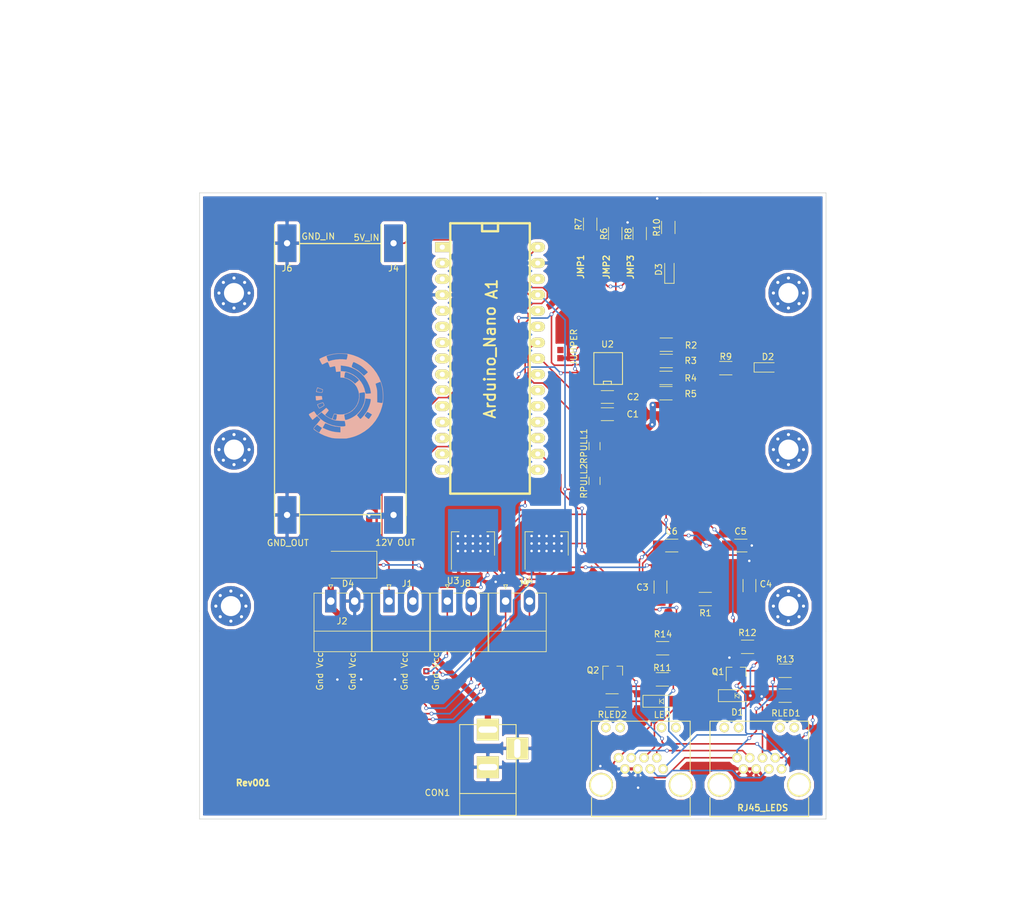
<source format=kicad_pcb>
(kicad_pcb (version 4) (host pcbnew 4.0.7)
  (layers (0 F.Cu signal) (31 B.Cu signal) (34 B.Paste user hide) (35 F.Paste user hide) (36 B.SilkS user) (37 F.SilkS user) (38 B.Mask user) (39 F.Mask user) (44 Edge.Cuts user))
  (net 0 "")
  (net 1 "Net-(D1-Pad1)")
  (net 2 GND)
  (net 3 /12V)
  (net 4 "Net-(J14-Pad12)")
  (net 5 "Net-(J14-Pad11)")
  (net 6 "Net-(J14-Pad9)")
  (net 7 "Net-(J14-Pad10)")
  (net 8 /2)
  (net 9 /3)
  (net 10 /1)
  (net 11 /6)
  (net 12 "Net-(J8-Pad1)")
  (net 13 "Net-(J8-Pad2)")
  (net 14 "Net-(J9-Pad1)")
  (net 15 "Net-(J9-Pad2)")
  (net 16 "Net-(GS1-Pad1)")
  (net 17 "Net-(GS1-Pad2)")
  (net 18 "Net-(GS2-Pad1)")
  (net 19 "Net-(GS2-Pad2)")
  (net 20 "Net-(GS3-Pad1)")
  (net 21 VCC)
  (net 22 /DI)
  (net 23 /REDE)
  (net 24 /RO)
  (net 25 "Net-(D2-Pad1)")
  (net 26 "Net-(D2-Pad2)")
  (net 27 "Net-(D3-Pad1)")
  (net 28 "Net-(D3-Pad2)")
  (net 29 /VIN)
  (net 30 /3.3V)
  (net 31 +5V)
  (net 32 "Net-(J7-Pad12)")
  (net 33 "Net-(J7-Pad11)")
  (net 34 "Net-(J7-Pad9)")
  (net 35 "Net-(J7-Pad10)")
  (net 36 /SDA-LV)
  (net 37 +3V3)
  (net 38 "Net-(LED2-Pad1)")
  (net 39 /SDA-HV)
  (net 40 /SCL-HV)
  (net 41 /RX)
  (net 42 /TX)
  (net 43 /RESET)
  (net 44 "Net-(A1-Pad5)")
  (net 45 "Net-(A1-Pad6)")
  (net 46 "Net-(A1-Pad7)")
  (net 47 "Net-(A1-Pad8)")
  (net 48 "Net-(A1-Pad9)")
  (net 49 "Net-(A1-Pad10)")
  (net 50 "Net-(A1-Pad11)")
  (net 51 "Net-(A1-Pad12)")
  (net 52 "Net-(A1-Pad13)")
  (net 53 "Net-(A1-Pad14)")
  (net 54 "Net-(A1-Pad15)")
  (net 55 "Net-(A1-Pad16)")
  (net 56 /AREF)
  (net 57 "Net-(A1-Pad19)")
  (net 58 "Net-(A1-Pad20)")
  (net 59 "Net-(A1-Pad21)")
  (net 60 "Net-(A1-Pad22)")
  (net 61 "Net-(A1-Pad25)")
  (net 62 "Net-(A1-Pad26)")
  (module KiCad/Mounting_Holes.pretty:MountingHole_3.2mm_M3_Pad_Via (layer F.Cu) (at 144 126)
    (fp_text reference REF** hide)
    (fp_text value MountingHole_3.2mm_M3_Pad_Via hide)
    (pad 1 thru_hole circle (at 0 0) (size 6.4 6.4) (drill 3.2) (layers *.Cu *.Mask))
    (pad "" thru_hole circle (at 2.4 0) (size 0.8 0.8) (drill 0.5) (layers *.Cu *.Mask))
    (pad "" thru_hole circle (at 1.697056 1.697056) (size 0.8 0.8) (drill 0.5) (layers *.Cu *.Mask))
    (pad "" thru_hole circle (at 0 2.4) (size 0.8 0.8) (drill 0.5) (layers *.Cu *.Mask))
    (pad "" thru_hole circle (at -1.697056 1.697056) (size 0.8 0.8) (drill 0.5) (layers *.Cu *.Mask))
    (pad "" thru_hole circle (at -2.4 0) (size 0.8 0.8) (drill 0.5) (layers *.Cu *.Mask))
    (pad "" thru_hole circle (at -1.697056 -1.697056) (size 0.8 0.8) (drill 0.5) (layers *.Cu *.Mask))
    (pad "" thru_hole circle (at 0 -2.4) (size 0.8 0.8) (drill 0.5) (layers *.Cu *.Mask))
    (pad "" thru_hole circle (at 1.697056 -1.697056) (size 0.8 0.8) (drill 0.5) (layers *.Cu *.Mask))
  )
  (module KiCad/Mounting_Holes.pretty:MountingHole_3.2mm_M3_Pad_Via (layer F.Cu) (at 55 126)
    (fp_text reference REF** hide)
    (fp_text value MountingHole_3.2mm_M3_Pad_Via hide)
    (pad 1 thru_hole circle (at 0 0) (size 6.4 6.4) (drill 3.2) (layers *.Cu *.Mask))
    (pad "" thru_hole circle (at 2.4 0) (size 0.8 0.8) (drill 0.5) (layers *.Cu *.Mask))
    (pad "" thru_hole circle (at 1.697056 1.697056) (size 0.8 0.8) (drill 0.5) (layers *.Cu *.Mask))
    (pad "" thru_hole circle (at 0 2.4) (size 0.8 0.8) (drill 0.5) (layers *.Cu *.Mask))
    (pad "" thru_hole circle (at -1.697056 1.697056) (size 0.8 0.8) (drill 0.5) (layers *.Cu *.Mask))
    (pad "" thru_hole circle (at -2.4 0) (size 0.8 0.8) (drill 0.5) (layers *.Cu *.Mask))
    (pad "" thru_hole circle (at -1.697056 -1.697056) (size 0.8 0.8) (drill 0.5) (layers *.Cu *.Mask))
    (pad "" thru_hole circle (at 0 -2.4) (size 0.8 0.8) (drill 0.5) (layers *.Cu *.Mask))
    (pad "" thru_hole circle (at 1.697056 -1.697056) (size 0.8 0.8) (drill 0.5) (layers *.Cu *.Mask))
  )
  (module KiCad/Mounting_Holes.pretty:MountingHole_3.2mm_M3_Pad_Via (layer F.Cu) (at 55.5 101.002944)
    (fp_text reference REF** hide)
    (fp_text value MountingHole_3.2mm_M3_Pad_Via hide)
    (pad 1 thru_hole circle (at 0 0) (size 6.4 6.4) (drill 3.2) (layers *.Cu *.Mask))
    (pad "" thru_hole circle (at 2.4 0) (size 0.8 0.8) (drill 0.5) (layers *.Cu *.Mask))
    (pad "" thru_hole circle (at 1.697056 1.697056) (size 0.8 0.8) (drill 0.5) (layers *.Cu *.Mask))
    (pad "" thru_hole circle (at 0 2.4) (size 0.8 0.8) (drill 0.5) (layers *.Cu *.Mask))
    (pad "" thru_hole circle (at -1.697056 1.697056) (size 0.8 0.8) (drill 0.5) (layers *.Cu *.Mask))
    (pad "" thru_hole circle (at -2.4 0) (size 0.8 0.8) (drill 0.5) (layers *.Cu *.Mask))
    (pad "" thru_hole circle (at -1.697056 -1.697056) (size 0.8 0.8) (drill 0.5) (layers *.Cu *.Mask))
    (pad "" thru_hole circle (at 0 -2.4) (size 0.8 0.8) (drill 0.5) (layers *.Cu *.Mask))
    (pad "" thru_hole circle (at 1.697056 -1.697056) (size 0.8 0.8) (drill 0.5) (layers *.Cu *.Mask))
  )
  (module KiCad/Mounting_Holes.pretty:MountingHole_3.2mm_M3_Pad_Via (layer F.Cu) (at 144 101.002944)
    (fp_text reference REF** hide)
    (fp_text value MountingHole_3.2mm_M3_Pad_Via hide)
    (pad 1 thru_hole circle (at 0 0) (size 6.4 6.4) (drill 3.2) (layers *.Cu *.Mask))
    (pad "" thru_hole circle (at 2.4 0) (size 0.8 0.8) (drill 0.5) (layers *.Cu *.Mask))
    (pad "" thru_hole circle (at 1.697056 1.697056) (size 0.8 0.8) (drill 0.5) (layers *.Cu *.Mask))
    (pad "" thru_hole circle (at 0 2.4) (size 0.8 0.8) (drill 0.5) (layers *.Cu *.Mask))
    (pad "" thru_hole circle (at -1.697056 1.697056) (size 0.8 0.8) (drill 0.5) (layers *.Cu *.Mask))
    (pad "" thru_hole circle (at -2.4 0) (size 0.8 0.8) (drill 0.5) (layers *.Cu *.Mask))
    (pad "" thru_hole circle (at -1.697056 -1.697056) (size 0.8 0.8) (drill 0.5) (layers *.Cu *.Mask))
    (pad "" thru_hole circle (at 0 -2.4) (size 0.8 0.8) (drill 0.5) (layers *.Cu *.Mask))
    (pad "" thru_hole circle (at 1.697056 -1.697056) (size 0.8 0.8) (drill 0.5) (layers *.Cu *.Mask))
  )
  (module KiCad/Mounting_Holes.pretty:MountingHole_3.2mm_M3_Pad_Via (layer F.Cu) (at 144 76)
    (fp_text reference REF** hide)
    (fp_text value MountingHole_3.2mm_M3_Pad_Via hide)
    (pad 1 thru_hole circle (at 0 0) (size 6.4 6.4) (drill 3.2) (layers *.Cu *.Mask))
    (pad "" thru_hole circle (at 2.4 0) (size 0.8 0.8) (drill 0.5) (layers *.Cu *.Mask))
    (pad "" thru_hole circle (at 1.697056 1.697056) (size 0.8 0.8) (drill 0.5) (layers *.Cu *.Mask))
    (pad "" thru_hole circle (at 0 2.4) (size 0.8 0.8) (drill 0.5) (layers *.Cu *.Mask))
    (pad "" thru_hole circle (at -1.697056 1.697056) (size 0.8 0.8) (drill 0.5) (layers *.Cu *.Mask))
    (pad "" thru_hole circle (at -2.4 0) (size 0.8 0.8) (drill 0.5) (layers *.Cu *.Mask))
    (pad "" thru_hole circle (at -1.697056 -1.697056) (size 0.8 0.8) (drill 0.5) (layers *.Cu *.Mask))
    (pad "" thru_hole circle (at 0 -2.4) (size 0.8 0.8) (drill 0.5) (layers *.Cu *.Mask))
    (pad "" thru_hole circle (at 1.697056 -1.697056) (size 0.8 0.8) (drill 0.5) (layers *.Cu *.Mask))
  )
  (module celeritous/KiCad.pretty:CONNECTOR_RJ45_RA_TH_LEDS (layer F.Cu) (at 120.444 145.396)
    (fp_text reference J14 hide)
    (fp_text value RJ45_LEDS hide)
    (pad 12 thru_hole circle (at -5.588 0) (size 1.524 1.524) (drill 0.889) (layers *.Cu *.Mask F.SilkS) (net 4 "Net-(J14-Pad12)"))
    (pad 11 thru_hole circle (at -3.302 0) (size 1.524 1.524) (drill 0.889) (layers *.Cu *.Mask F.SilkS) (net 5 "Net-(J14-Pad11)"))
    (pad 9 thru_hole circle (at 5.588 0) (size 1.524 1.524) (drill 0.889) (layers *.Cu *.Mask F.SilkS) (net 6 "Net-(J14-Pad9)"))
    (pad 10 thru_hole circle (at 3.302 0) (size 1.524 1.524) (drill 0.889) (layers *.Cu *.Mask F.SilkS) (net 7 "Net-(J14-Pad10)"))
    (pad A thru_hole circle (at 6.35 9.144) (size 3.81 3.81) (drill 3.2512) (layers *.Cu *.Mask F.SilkS))
    (pad 17 thru_hole circle (at -6.35 9.144) (size 3.81 3.81) (drill 3.2512) (layers *.Cu *.Mask F.SilkS))
    (pad 5 thru_hole circle (at -0.508 6.604) (size 1.524 1.524) (drill 0.889) (layers *.Cu *.Mask F.SilkS) (net 2 GND))
    (pad 3 thru_hole circle (at 1.524 6.604) (size 1.524 1.524) (drill 0.889) (layers *.Cu *.Mask F.SilkS) (net 9 /3))
    (pad 1 thru_hole circle (at 3.556 6.604) (size 1.524 1.524) (drill 0.889) (layers *.Cu *.Mask F.SilkS) (net 36 /SDA-LV))
    (pad 7 thru_hole circle (at -2.54 6.604) (size 1.524 1.524) (drill 0.889) (layers *.Cu *.Mask F.SilkS) (net 2 GND))
    (pad 6 thru_hole circle (at -1.524 4.826) (size 1.524 1.524) (drill 0.889) (layers *.Cu *.Mask F.SilkS) (net 11 /6))
    (pad 8 thru_hole circle (at -3.556 4.826) (size 1.524 1.524) (drill 0.889) (layers *.Cu *.Mask F.SilkS) (net 37 +3V3))
    (pad 4 thru_hole circle (at 0.508 4.826) (size 1.524 1.524) (drill 0.889) (layers *.Cu *.Mask F.SilkS) (net 31 +5V))
    (pad 2 thru_hole circle (at 2.54 4.826) (size 1.524 1.524) (drill 0.889) (layers *.Cu *.Mask F.SilkS) (net 8 /2))
  )
  (module KiCad/Resistors_SMD.pretty:R_1206_HandSoldering (layer F.Cu) (at 130.725 124.875 180)
    (fp_text reference R1 (at -0.025 -2.225 180) (layer F.SilkS))
    (fp_text value R)
    (pad 1 smd rect (at -2 0 180) (size 2 1.7) (layers F.Cu F.Paste F.Mask) (net 2 GND))
    (pad 2 smd rect (at 2 0 180) (size 2 1.7) (layers F.Cu F.Paste F.Mask) (net 1 "Net-(D1-Pad1)"))
  )
  (module stanleyseow/SVTmaker.pretty:LED_1206_HS_with_icon (layer F.Cu) (at 135.925 140.3)
    (fp_text reference D1 (at -0.075 2.65) (layer F.SilkS))
    (fp_text value LED)
    (pad 1 smd rect (at -2 0) (size 2 1.7) (layers F.Cu F.Paste F.Mask) (net 1 "Net-(D1-Pad1)"))
    (pad 2 smd rect (at 2 0) (size 2 1.7) (layers F.Cu F.Paste F.Mask) (net 31 +5V))
  )
  (module theFork/Solderjumpers.pretty:SJ2 (layer F.Cu) (at 107.6 85.75 90)
    (fp_text reference JP3 hide)
    (fp_text value JUMPER (at 1.1 2.15 270) (layer F.SilkS))
    (pad 2 smd rect (at 0.65 0 90) (size 1 1) (layers F.Cu F.Paste F.Mask) (net 10 /1))
    (pad 1 smd rect (at -0.65 0 90) (size 1 1) (layers F.Cu F.Paste F.Mask) (net 2 GND))
  )
  (module stanleyseow/SVTmaker.pretty:Pads_3x6mm (layer F.Cu) (at 80.967048 111.441002)
    (fp_text reference J3 hide)
    (fp_text value "12V OUT" (at 0.282952 4.408998) (layer F.SilkS))
    (pad 1 thru_hole rect (at 0 0) (size 3 6) (drill 1) (layers *.Cu *.Mask) (net 3 /12V))
  )
  (module stanleyseow/SVTmaker.pretty:Pads_3x6mm (layer F.Cu) (at 80.967048 68.041002)
    (fp_text reference J4 (at 0 4) (layer F.SilkS))
    (fp_text value 5V_IN (at -4.317048 -0.891002) (layer F.SilkS))
    (pad 1 thru_hole rect (at 0 0) (size 3 6) (drill 1) (layers *.Cu *.Mask) (net 31 +5V))
  )
  (module stanleyseow/SVTmaker.pretty:Pads_3x6mm (layer F.Cu) (at 63.967048 111.441002)
    (fp_text reference J5 hide)
    (fp_text value GND_OUT (at 0.132952 4.458998) (layer F.SilkS))
    (pad 1 thru_hole rect (at 0 0) (size 3 6) (drill 1) (layers *.Cu *.Mask) (net 2 GND))
  )
  (module stanleyseow/SVTmaker.pretty:Pads_3x6mm (layer F.Cu) (at 63.967048 68.041002)
    (fp_text reference J6 (at 0 4) (layer F.SilkS))
    (fp_text value GND_IN (at 4.982952 -1.091002) (layer F.SilkS))
    (pad 1 thru_hole rect (at 0 0) (size 3 6) (drill 1) (layers *.Cu *.Mask) (net 2 GND))
  )
  (module KiCad/Mounting_Holes.pretty:MountingHole_3.2mm_M3_Pad_Via (layer F.Cu) (at 55.5 76)
    (fp_text reference REF** hide)
    (fp_text value MountingHole_3.2mm_M3_Pad_Via hide)
    (pad 1 thru_hole circle (at 0 0) (size 6.4 6.4) (drill 3.2) (layers *.Cu *.Mask))
    (pad "" thru_hole circle (at 2.4 0) (size 0.8 0.8) (drill 0.5) (layers *.Cu *.Mask))
    (pad "" thru_hole circle (at 1.697056 1.697056) (size 0.8 0.8) (drill 0.5) (layers *.Cu *.Mask))
    (pad "" thru_hole circle (at 0 2.4) (size 0.8 0.8) (drill 0.5) (layers *.Cu *.Mask))
    (pad "" thru_hole circle (at -1.697056 1.697056) (size 0.8 0.8) (drill 0.5) (layers *.Cu *.Mask))
    (pad "" thru_hole circle (at -2.4 0) (size 0.8 0.8) (drill 0.5) (layers *.Cu *.Mask))
    (pad "" thru_hole circle (at -1.697056 -1.697056) (size 0.8 0.8) (drill 0.5) (layers *.Cu *.Mask))
    (pad "" thru_hole circle (at 0 -2.4) (size 0.8 0.8) (drill 0.5) (layers *.Cu *.Mask))
    (pad "" thru_hole circle (at 1.697056 -1.697056) (size 0.8 0.8) (drill 0.5) (layers *.Cu *.Mask))
  )
  (module theFork/Solderjumpers.pretty:SJ3 (layer F.Cu) (at 81.2 136.4 90)
    (fp_text reference JP5 hide)
    (fp_text value "Gnd Vcc" (at 0 1.5 90) (layer F.SilkS))
    (pad 2 smd rect (at 0 0 90) (size 1 1) (layers F.Cu F.Paste F.Mask) (net 13 "Net-(J8-Pad2)"))
    (pad 1 smd rect (at -1.3 0 90) (size 1 1) (layers F.Cu F.Paste F.Mask) (net 2 GND))
    (pad 3 smd rect (at 1.3 0 90) (size 1 1) (layers F.Cu F.Paste F.Mask) (net 31 +5V))
  )
  (module theFork/Solderjumpers.pretty:SJ3 (layer F.Cu) (at 70.8 136.4 90)
    (fp_text reference JP1 hide)
    (fp_text value "Gnd Vcc" (at 0 -1.6 90) (layer F.SilkS))
    (pad 2 smd rect (at 0 0 90) (size 1 1) (layers F.Cu F.Paste F.Mask) (net 15 "Net-(J9-Pad2)"))
    (pad 1 smd rect (at -1.3 0 90) (size 1 1) (layers F.Cu F.Paste F.Mask) (net 2 GND))
    (pad 3 smd rect (at 1.3 0 90) (size 1 1) (layers F.Cu F.Paste F.Mask) (net 31 +5V))
  )
  (module theFork/Solderjumpers.pretty:SJ3 (layer F.Cu) (at 75.8 136.4 90)
    (fp_text reference JP2 hide)
    (fp_text value "Gnd Vcc" (at 0 -1.4 90) (layer F.SilkS))
    (pad 2 smd rect (at 0 0 90) (size 1 1) (layers F.Cu F.Paste F.Mask) (net 14 "Net-(J9-Pad1)"))
    (pad 1 smd rect (at -1.3 0 90) (size 1 1) (layers F.Cu F.Paste F.Mask) (net 2 GND))
    (pad 3 smd rect (at 1.3 0 90) (size 1 1) (layers F.Cu F.Paste F.Mask) (net 31 +5V))
  )
  (module theFork/Solderjumpers.pretty:SJ3 (layer F.Cu) (at 86.2 136.4 90)
    (fp_text reference JP4 hide)
    (fp_text value "Gnd Vcc" (at 0 1.5 90) (layer F.SilkS))
    (pad 2 smd rect (at 0 0 90) (size 1 1) (layers F.Cu F.Paste F.Mask) (net 12 "Net-(J8-Pad1)"))
    (pad 1 smd rect (at -1.3 0 90) (size 1 1) (layers F.Cu F.Paste F.Mask) (net 2 GND))
    (pad 3 smd rect (at 1.3 0 90) (size 1 1) (layers F.Cu F.Paste F.Mask) (net 31 +5V))
  )
  (module Cognisense:CS-Neg-Fsilk (layer B.Cu) (at 72.8 92.5 180)
    (fp_text reference G*** hide)
    (fp_text value LOGO hide)
  )
  (module Cognisense:CS-Neg-Fmask (layer B.Cu) (at 73.15 92.3)
    (fp_text reference G*** hide)
    (fp_text value LOGO hide)
  )
  (module Cognisense:CS-Fmask-10mm (layer F.Cu) (at 68.875 150.425)
    (fp_text reference G*** hide)
    (fp_text value LOGO hide)
  )
  (module stanleyseow/SVTmaker.pretty:GS2 (layer F.Cu) (at 116.45 71.64 180)
    (fp_text reference GS1)
    (fp_text value JMP2 (at 1.5 -0.21 270) (layer F.SilkS) (effects (font (thickness 0.2))))
    (pad 1 smd rect (at 0 -0.64 180) (size 1.27 0.97) (layers F.Cu F.Paste F.Mask) (net 16 "Net-(GS1-Pad1)"))
    (pad 2 smd rect (at 0 0.64 180) (size 1.27 0.97) (layers F.Cu F.Paste F.Mask) (net 17 "Net-(GS1-Pad2)"))
  )
  (module stanleyseow/SVTmaker.pretty:GS2 (layer F.Cu) (at 112.35 71.64 180)
    (fp_text reference GS2)
    (fp_text value JMP1 (at 1.5 -0.16 270) (layer F.SilkS) (effects (font (thickness 0.2))))
    (pad 1 smd rect (at 0 -0.64 180) (size 1.27 0.97) (layers F.Cu F.Paste F.Mask) (net 18 "Net-(GS2-Pad1)"))
    (pad 2 smd rect (at 0 0.64 180) (size 1.27 0.97) (layers F.Cu F.Paste F.Mask) (net 19 "Net-(GS2-Pad2)"))
  )
  (module stanleyseow/SVTmaker.pretty:GS2 (layer F.Cu) (at 120.25 71.6)
    (fp_text reference GS3)
    (fp_text value JMP3 (at -1.45 0.25 90) (layer F.SilkS) (effects (font (thickness 0.2))))
    (pad 1 smd rect (at 0 -0.64) (size 1.27 0.97) (layers F.Cu F.Paste F.Mask) (net 20 "Net-(GS3-Pad1)"))
    (pad 2 smd rect (at 0 0.64) (size 1.27 0.97) (layers F.Cu F.Paste F.Mask) (net 18 "Net-(GS2-Pad1)"))
  )
  (module KiCad/Connector_Phoenix_MC.pretty:PhoenixContact_MC_1,5_2-G-3.81_1x02_P3.81mm_Horizontal (layer F.Cu) (at 80.24 125.2)
    (fp_text reference J1 (at 2.905 -2.8) (layer F.SilkS))
    (fp_text value "A   B")
    (pad 1 thru_hole rect (at 0 0) (size 1.8 3.6) (drill 1.2) (layers *.Cu *.Mask) (net 18 "Net-(GS2-Pad1)"))
    (pad 2 thru_hole oval (at 3.81 0) (size 1.8 3.6) (drill 1.2) (layers *.Cu *.Mask) (net 16 "Net-(GS1-Pad1)"))
  )
  (module stanleyseow/SVTmaker.pretty:R_08051206_HS (layer F.Cu) (at 124.5 84.25 180)
    (fp_text reference R2 (at -3.95 -0.1 180) (layer F.SilkS))
    (fp_text value R)
    (pad 1 smd rect (at -1.75 0 180) (size 2.5 1.7) (layers F.Cu F.Paste F.Mask) (net 21 VCC))
    (pad 2 smd rect (at 1.75 0 180) (size 2.5 1.7) (layers F.Cu F.Paste F.Mask) (net 22 /DI))
  )
  (module stanleyseow/SVTmaker.pretty:R_08051206_HS (layer F.Cu) (at 124.5 86.85 180)
    (fp_text reference R3 (at -3.9 0.05 180) (layer F.SilkS))
    (fp_text value R)
    (pad 1 smd rect (at -1.75 0 180) (size 2.5 1.7) (layers F.Cu F.Paste F.Mask) (net 21 VCC))
    (pad 2 smd rect (at 1.75 0 180) (size 2.5 1.7) (layers F.Cu F.Paste F.Mask) (net 23 /REDE))
  )
  (module stanleyseow/SVTmaker.pretty:R_08051206_HS (layer F.Cu) (at 124.45 89.55 180)
    (fp_text reference R4 (at -3.95 -0.05 180) (layer F.SilkS))
    (fp_text value R)
    (pad 1 smd rect (at -1.75 0 180) (size 2.5 1.7) (layers F.Cu F.Paste F.Mask) (net 21 VCC))
    (pad 2 smd rect (at 1.75 0 180) (size 2.5 1.7) (layers F.Cu F.Paste F.Mask) (net 23 /REDE))
  )
  (module stanleyseow/SVTmaker.pretty:R_08051206_HS (layer F.Cu) (at 124.45 92 180)
    (fp_text reference R5 (at -3.95 -0.1 180) (layer F.SilkS))
    (fp_text value R)
    (pad 1 smd rect (at -1.75 0 180) (size 2.5 1.7) (layers F.Cu F.Paste F.Mask) (net 21 VCC))
    (pad 2 smd rect (at 1.75 0 180) (size 2.5 1.7) (layers F.Cu F.Paste F.Mask) (net 24 /RO))
  )
  (module stanleyseow/SVTmaker.pretty:R_08051206_HS (layer F.Cu) (at 116.35 66.5 270)
    (fp_text reference R6 (at 0.05 1.8 270) (layer F.SilkS))
    (fp_text value 4K7)
    (pad 1 smd rect (at -1.75 0 270) (size 2.5 1.7) (layers F.Cu F.Paste F.Mask) (net 2 GND))
    (pad 2 smd rect (at 1.75 0 270) (size 2.5 1.7) (layers F.Cu F.Paste F.Mask) (net 17 "Net-(GS1-Pad2)"))
  )
  (module stanleyseow/SVTmaker.pretty:R_08051206_HS (layer F.Cu) (at 112.35 65 90)
    (fp_text reference R7 (at 0 -1.85 90) (layer F.SilkS))
    (fp_text value 4K7)
    (pad 1 smd rect (at -1.75 0 90) (size 2.5 1.7) (layers F.Cu F.Paste F.Mask) (net 19 "Net-(GS2-Pad2)"))
    (pad 2 smd rect (at 1.75 0 90) (size 2.5 1.7) (layers F.Cu F.Paste F.Mask) (net 21 VCC))
  )
  (module stanleyseow/SVTmaker.pretty:R_08051206_HS (layer F.Cu) (at 120.25 66.5 90)
    (fp_text reference R8 (at -0.05 -1.8 90) (layer F.SilkS))
    (fp_text value 120)
    (pad 1 smd rect (at -1.75 0 90) (size 2.5 1.7) (layers F.Cu F.Paste F.Mask) (net 20 "Net-(GS3-Pad1)"))
    (pad 2 smd rect (at 1.75 0 90) (size 2.5 1.7) (layers F.Cu F.Paste F.Mask) (net 16 "Net-(GS1-Pad1)"))
  )
  (module KiCad/SMD_Packages.pretty:SOIC-8-N (layer F.Cu) (at 115.225 88.055 90)
    (fp_text reference U2 (at 3.88 -0.1 180) (layer F.SilkS))
    (fp_text value MAX485)
    (pad 8 smd rect (at -1.905 -3.175 90) (size 0.508 1.143) (layers F.Cu F.Paste F.Mask) (net 21 VCC))
    (pad 7 smd rect (at -0.635 -3.175 90) (size 0.508 1.143) (layers F.Cu F.Paste F.Mask) (net 16 "Net-(GS1-Pad1)"))
    (pad 6 smd rect (at 0.635 -3.175 90) (size 0.508 1.143) (layers F.Cu F.Paste F.Mask) (net 18 "Net-(GS2-Pad1)"))
    (pad 5 smd rect (at 1.905 -3.175 90) (size 0.508 1.143) (layers F.Cu F.Paste F.Mask) (net 2 GND))
    (pad 4 smd rect (at 1.905 3.175 90) (size 0.508 1.143) (layers F.Cu F.Paste F.Mask) (net 22 /DI))
    (pad 3 smd rect (at 0.635 3.175 90) (size 0.508 1.143) (layers F.Cu F.Paste F.Mask) (net 23 /REDE))
    (pad 2 smd rect (at -0.635 3.175 90) (size 0.508 1.143) (layers F.Cu F.Paste F.Mask) (net 23 /REDE))
    (pad 1 smd rect (at -1.905 3.175 90) (size 0.508 1.143) (layers F.Cu F.Paste F.Mask) (net 24 /RO))
  )
  (module stanleyseow/SVTmaker.pretty:C_0805_1206_HS (layer F.Cu) (at 115.1 95.35 180)
    (fp_text reference C1 (at -4.05 0 180) (layer F.SilkS))
    (fp_text value C)
    (pad 1 smd rect (at -1.75 0 180) (size 2.5 1.6) (layers F.Cu F.Paste F.Mask) (net 2 GND))
    (pad 2 smd rect (at 1.75 0 180) (size 2.5 1.6) (layers F.Cu F.Paste F.Mask) (net 21 VCC))
  )
  (module stanleyseow/SVTmaker.pretty:C_0805_1206_HS (layer F.Cu) (at 115.1 92.6 180)
    (fp_text reference C2 (at -4.1 0 180) (layer F.SilkS))
    (fp_text value C)
    (pad 1 smd rect (at -1.75 0 180) (size 2.5 1.6) (layers F.Cu F.Paste F.Mask) (net 2 GND))
    (pad 2 smd rect (at 1.75 0 180) (size 2.5 1.6) (layers F.Cu F.Paste F.Mask) (net 21 VCC))
  )
  (module KiCad/Connector_Phoenix_MC.pretty:PhoenixContact_MC_1,5_2-G-3.81_1x02_P3.81mm_Horizontal (layer F.Cu) (at 70.95 125.2)
    (fp_text reference J2 (at 1.8 3.2) (layer F.SilkS))
    (fp_text value 12V)
    (pad 1 thru_hole rect (at 0 0) (size 1.8 3.6) (drill 1.2) (layers *.Cu *.Mask) (net 3 /12V))
    (pad 2 thru_hole oval (at 3.81 0) (size 1.8 3.6) (drill 1.2) (layers *.Cu *.Mask) (net 2 GND))
  )
  (module KiCad/Connector_Phoenix_MC.pretty:PhoenixContact_MC_1,5_2-G-3.81_1x02_P3.81mm_Horizontal (layer F.Cu) (at 89.55 125.2)
    (fp_text reference J8 (at 2.905 -2.8) (layer F.SilkS))
    (fp_text value P2)
    (pad 1 thru_hole rect (at 0 0) (size 1.8 3.6) (drill 1.2) (layers *.Cu *.Mask) (net 12 "Net-(J8-Pad1)"))
    (pad 2 thru_hole oval (at 3.81 0) (size 1.8 3.6) (drill 1.2) (layers *.Cu *.Mask) (net 13 "Net-(J8-Pad2)"))
  )
  (module KiCad/Connector_Phoenix_MC.pretty:PhoenixContact_MC_1,5_2-G-3.81_1x02_P3.81mm_Horizontal (layer F.Cu) (at 98.85 125.2)
    (fp_text reference J9 (at 2.905 -2.8) (layer F.SilkS))
    (fp_text value P2)
    (pad 1 thru_hole rect (at 0 0) (size 1.8 3.6) (drill 1.2) (layers *.Cu *.Mask) (net 14 "Net-(J9-Pad1)"))
    (pad 2 thru_hole oval (at 3.81 0) (size 1.8 3.6) (drill 1.2) (layers *.Cu *.Mask) (net 15 "Net-(J9-Pad2)"))
  )
  (module KiCad/LEDs.pretty:LED_0805_HandSoldering (layer F.Cu) (at 140.725 87.875)
    (fp_text reference D2 (at 0 -1.7) (layer F.SilkS))
    (fp_text value Rx_LED)
    (pad 1 smd rect (at -1.35 0) (size 1.5 1.3) (layers F.Cu F.Paste F.Mask) (net 25 "Net-(D2-Pad1)"))
    (pad 2 smd rect (at 1.35 0) (size 1.5 1.3) (layers F.Cu F.Paste F.Mask) (net 26 "Net-(D2-Pad2)"))
  )
  (module KiCad/LEDs.pretty:LED_0805_HandSoldering (layer F.Cu) (at 125 72.25 90)
    (fp_text reference D3 (at 0 -1.7 90) (layer F.SilkS))
    (fp_text value Tx_LED)
    (pad 1 smd rect (at -1.35 0 90) (size 1.5 1.3) (layers F.Cu F.Paste F.Mask) (net 27 "Net-(D3-Pad1)"))
    (pad 2 smd rect (at 1.35 0 90) (size 1.5 1.3) (layers F.Cu F.Paste F.Mask) (net 28 "Net-(D3-Pad2)"))
  )
  (module stanleyseow/SVTmaker.pretty:R_08051206_HS (layer F.Cu) (at 134 88)
    (fp_text reference R9 (at 0 -1.85) (layer F.SilkS))
    (fp_text value R)
    (pad 1 smd rect (at -1.75 0) (size 2.5 1.7) (layers F.Cu F.Paste F.Mask) (net 2 GND))
    (pad 2 smd rect (at 1.75 0) (size 2.5 1.7) (layers F.Cu F.Paste F.Mask) (net 25 "Net-(D2-Pad1)"))
  )
  (module stanleyseow/SVTmaker.pretty:R_08051206_HS (layer F.Cu) (at 124.825 65.525 90)
    (fp_text reference R10 (at 0 -1.85 90) (layer F.SilkS))
    (fp_text value R)
    (pad 1 smd rect (at -1.75 0 90) (size 2.5 1.7) (layers F.Cu F.Paste F.Mask) (net 27 "Net-(D3-Pad1)"))
    (pad 2 smd rect (at 1.75 0 90) (size 2.5 1.7) (layers F.Cu F.Paste F.Mask) (net 2 GND))
  )
  (module stanleyseow/SVTmaker.pretty:BARREL_JACK (layer F.Cu) (at 96.025 151.925 90)
    (fp_text reference CON1 (at -3.875 -8.05 360) (layer F.SilkS))
    (fp_text value BARREL_JACK)
    (pad 1 thru_hole rect (at 6.20014 0 90) (size 3.50012 3.50012) (drill oval 1.00076 2.99974) (layers *.Cu *.Mask F.SilkS) (net 3 /12V))
    (pad 2 thru_hole rect (at 0.20066 0 90) (size 3.50012 3.50012) (drill oval 1.00076 2.99974) (layers *.Cu *.Mask F.SilkS) (net 2 GND))
    (pad 3 thru_hole rect (at 3.2004 4.699 90) (size 3.50012 3.50012) (drill oval 2.99974 1.00076) (layers *.Cu *.Mask F.SilkS) (net 2 GND))
  )
  (module KiCad/Diodes_SMD.pretty:D_SMB_Handsoldering (layer F.Cu) (at 73.7 119.4 180)
    (fp_text reference D4 (at 0 -3 180) (layer F.SilkS))
    (fp_text value D)
    (pad 1 smd rect (at -2.7 0 180) (size 3.5 2.3) (layers F.Cu F.Paste F.Mask) (net 29 /VIN))
    (pad 2 smd rect (at 2.7 0 180) (size 3.5 2.3) (layers F.Cu F.Paste F.Mask) (net 3 /12V))
  )
  (module stanleyseow/SVTmaker.pretty:SOT-223_15vias (layer F.Cu) (at 93.68 116.04 90)
    (fp_text reference U3 (at -5.9 -3.2 360) (layer F.SilkS))
    (fp_text value 1117-3.3V)
    (pad 2 smd rect (at 1.32 -0.04 90) (size 6 4) (layers F.Cu F.Paste F.Mask) (net 30 /3.3V))
    (pad 2 smd rect (at -2.15 0 90) (size 4 1.5) (layers F.Cu F.Paste F.Mask) (net 30 /3.3V))
    (pad 3 smd rect (at -3.15 2.3 90) (size 2 1.5) (layers F.Cu F.Paste F.Mask) (net 29 /VIN))
    (pad 1 smd rect (at -3.15 -2.3 90) (size 2 1.5) (layers F.Cu F.Paste F.Mask) (net 2 GND))
    (pad 2 thru_hole rect (at -1.17 -1.25 90) (size 1.2 1.2) (drill 0.4) (layers *.Cu *.Mask) (net 30 /3.3V))
    (pad 2 smd rect (at 0.53 -0.02 90) (size 10 8) (layers B.Cu B.Mask) (net 30 /3.3V))
    (pad 2 thru_hole rect (at 0.03 -1.24 90) (size 1.2 1.2) (drill 0.4) (layers *.Cu *.Mask) (net 30 /3.3V))
    (pad 2 thru_hole rect (at 1.23 -1.24 90) (size 1.2 1.2) (drill 0.4) (layers *.Cu *.Mask) (net 30 /3.3V))
    (pad 2 thru_hole rect (at -1.17 -2.44 90) (size 1.2 1.2) (drill 0.4) (layers *.Cu *.Mask) (net 30 /3.3V))
    (pad 2 thru_hole rect (at 0.03 -2.44 90) (size 1.2 1.2) (drill 0.4) (layers *.Cu *.Mask) (net 30 /3.3V))
    (pad 2 thru_hole rect (at 1.23 -2.44 90) (size 1.2 1.2) (drill 0.4) (layers *.Cu *.Mask) (net 30 /3.3V))
    (pad 2 thru_hole rect (at -1.17 -0.05 90) (size 1.2 1.2) (drill 0.4) (layers *.Cu *.Mask) (net 30 /3.3V))
    (pad 2 thru_hole rect (at 0.03 -0.05 90) (size 1.2 1.2) (drill 0.4) (layers *.Cu *.Mask) (net 30 /3.3V))
    (pad 2 thru_hole rect (at 1.23 -0.05 90) (size 1.2 1.2) (drill 0.4) (layers *.Cu *.Mask) (net 30 /3.3V))
    (pad 2 thru_hole rect (at -1.17 1.15 90) (size 1.2 1.2) (drill 0.4) (layers *.Cu *.Mask) (net 30 /3.3V))
    (pad 2 thru_hole rect (at 0.03 1.15 90) (size 1.2 1.2) (drill 0.4) (layers *.Cu *.Mask) (net 30 /3.3V))
    (pad 2 thru_hole rect (at 1.23 1.15 90) (size 1.2 1.2) (drill 0.4) (layers *.Cu *.Mask) (net 30 /3.3V))
    (pad 2 thru_hole rect (at -1.17 2.35 90) (size 1.2 1.2) (drill 0.4) (layers *.Cu *.Mask) (net 30 /3.3V))
    (pad 2 thru_hole rect (at 0.03 2.35 90) (size 1.2 1.2) (drill 0.4) (layers *.Cu F.Mask) (net 30 /3.3V))
    (pad 2 thru_hole rect (at 1.23 2.35 90) (size 1.2 1.2) (drill 0.4) (layers *.Cu F.Mask) (net 30 /3.3V))
  )
  (module stanleyseow/SVTmaker.pretty:SOT-223_15vias (layer F.Cu) (at 105.44 116.03 90)
    (fp_text reference U4 (at -5.9 -3.2 360) (layer F.SilkS))
    (fp_text value 1117-5V)
    (pad 2 smd rect (at 1.32 -0.04 90) (size 6 4) (layers F.Cu F.Paste F.Mask) (net 31 +5V))
    (pad 2 smd rect (at -2.15 0 90) (size 4 1.5) (layers F.Cu F.Paste F.Mask) (net 31 +5V))
    (pad 3 smd rect (at -3.15 2.3 90) (size 2 1.5) (layers F.Cu F.Paste F.Mask) (net 29 /VIN))
    (pad 1 smd rect (at -3.15 -2.3 90) (size 2 1.5) (layers F.Cu F.Paste F.Mask) (net 2 GND))
    (pad 2 thru_hole rect (at -1.17 -1.25 90) (size 1.2 1.2) (drill 0.4) (layers *.Cu *.Mask) (net 31 +5V))
    (pad 2 smd rect (at 0.53 -0.02 90) (size 10 8) (layers B.Cu B.Mask) (net 31 +5V))
    (pad 2 thru_hole rect (at 0.03 -1.24 90) (size 1.2 1.2) (drill 0.4) (layers *.Cu *.Mask) (net 31 +5V))
    (pad 2 thru_hole rect (at 1.23 -1.24 90) (size 1.2 1.2) (drill 0.4) (layers *.Cu *.Mask) (net 31 +5V))
    (pad 2 thru_hole rect (at -1.17 -2.44 90) (size 1.2 1.2) (drill 0.4) (layers *.Cu *.Mask) (net 31 +5V))
    (pad 2 thru_hole rect (at 0.03 -2.44 90) (size 1.2 1.2) (drill 0.4) (layers *.Cu *.Mask) (net 31 +5V))
    (pad 2 thru_hole rect (at 1.23 -2.44 90) (size 1.2 1.2) (drill 0.4) (layers *.Cu *.Mask) (net 31 +5V))
    (pad 2 thru_hole rect (at -1.17 -0.05 90) (size 1.2 1.2) (drill 0.4) (layers *.Cu *.Mask) (net 31 +5V))
    (pad 2 thru_hole rect (at 0.03 -0.05 90) (size 1.2 1.2) (drill 0.4) (layers *.Cu *.Mask) (net 31 +5V))
    (pad 2 thru_hole rect (at 1.23 -0.05 90) (size 1.2 1.2) (drill 0.4) (layers *.Cu *.Mask) (net 31 +5V))
    (pad 2 thru_hole rect (at -1.17 1.15 90) (size 1.2 1.2) (drill 0.4) (layers *.Cu *.Mask) (net 31 +5V))
    (pad 2 thru_hole rect (at 0.03 1.15 90) (size 1.2 1.2) (drill 0.4) (layers *.Cu *.Mask) (net 31 +5V))
    (pad 2 thru_hole rect (at 1.23 1.15 90) (size 1.2 1.2) (drill 0.4) (layers *.Cu *.Mask) (net 31 +5V))
    (pad 2 thru_hole rect (at -1.17 2.35 90) (size 1.2 1.2) (drill 0.4) (layers *.Cu *.Mask) (net 31 +5V))
    (pad 2 thru_hole rect (at 0.03 2.35 90) (size 1.2 1.2) (drill 0.4) (layers *.Cu F.Mask) (net 31 +5V))
    (pad 2 thru_hole rect (at 1.23 2.35 90) (size 1.2 1.2) (drill 0.4) (layers *.Cu F.Mask) (net 31 +5V))
  )
  (module SVTmaker:C_0805_1206_HS (layer F.Cu) (at 123.575 122.95 90)
    (fp_text reference C3 (at -0.05 -2.875 180) (layer F.SilkS))
    (fp_text value 10uF)
    (pad 1 smd rect (at -1.75 0 90) (size 2.5 1.6) (layers F.Cu F.Paste F.Mask) (net 29 /VIN))
    (pad 2 smd rect (at 1.75 0 90) (size 2.5 1.6) (layers F.Cu F.Paste F.Mask) (net 2 GND))
  )
  (module SVTmaker:C_0805_1206_HS (layer F.Cu) (at 137.775 122.725 90)
    (fp_text reference C4 (at 0.25 2.625 180) (layer F.SilkS))
    (fp_text value 10uF)
    (pad 1 smd rect (at -1.75 0 90) (size 2.5 1.6) (layers F.Cu F.Paste F.Mask) (net 29 /VIN))
    (pad 2 smd rect (at 1.75 0 90) (size 2.5 1.6) (layers F.Cu F.Paste F.Mask) (net 2 GND))
  )
  (module SVTmaker:C_0805_1206_HS (layer F.Cu) (at 136.4 116.325)
    (fp_text reference C5 (at -0.05 -2.275) (layer F.SilkS))
    (fp_text value 10uF)
    (pad 1 smd rect (at -1.75 0) (size 2.5 1.6) (layers F.Cu F.Paste F.Mask) (net 30 /3.3V))
    (pad 2 smd rect (at 1.75 0) (size 2.5 1.6) (layers F.Cu F.Paste F.Mask) (net 2 GND))
  )
  (module SVTmaker:C_0805_1206_HS (layer F.Cu) (at 125.375 116.325)
    (fp_text reference C6 (at -0.025 -2.275) (layer F.SilkS))
    (fp_text value 10uF)
    (pad 1 smd rect (at -1.75 0) (size 2.5 1.6) (layers F.Cu F.Paste F.Mask) (net 31 +5V))
    (pad 2 smd rect (at 1.75 0) (size 2.5 1.6) (layers F.Cu F.Paste F.Mask) (net 2 GND))
  )
  (module SVTmaker:CONNECTOR_RJ45_RA_TH_LEDS (layer F.Cu) (at 139.35 145.396)
    (fp_text reference J7)
    (fp_text value RJ45_LEDS (at 0.55 12.829) (layer F.SilkS) (effects (font (thickness 0.2))))
    (pad 12 thru_hole circle (at -5.588 0) (size 1.524 1.524) (drill 0.889) (layers *.Cu *.Mask F.SilkS) (net 32 "Net-(J7-Pad12)"))
    (pad 11 thru_hole circle (at -3.302 0) (size 1.524 1.524) (drill 0.889) (layers *.Cu *.Mask F.SilkS) (net 33 "Net-(J7-Pad11)"))
    (pad 9 thru_hole circle (at 5.588 0) (size 1.524 1.524) (drill 0.889) (layers *.Cu *.Mask F.SilkS) (net 34 "Net-(J7-Pad9)"))
    (pad 10 thru_hole circle (at 3.302 0) (size 1.524 1.524) (drill 0.889) (layers *.Cu *.Mask F.SilkS) (net 35 "Net-(J7-Pad10)"))
    (pad A thru_hole circle (at 6.35 9.144) (size 3.81 3.81) (drill 3.2512) (layers *.Cu *.Mask F.SilkS))
    (pad 17 thru_hole circle (at -6.35 9.144) (size 3.81 3.81) (drill 3.2512) (layers *.Cu *.Mask F.SilkS))
    (pad 5 thru_hole circle (at -0.508 6.604) (size 1.524 1.524) (drill 0.889) (layers *.Cu *.Mask F.SilkS) (net 2 GND))
    (pad 3 thru_hole circle (at 1.524 6.604) (size 1.524 1.524) (drill 0.889) (layers *.Cu *.Mask F.SilkS) (net 9 /3))
    (pad 1 thru_hole circle (at 3.556 6.604) (size 1.524 1.524) (drill 0.889) (layers *.Cu *.Mask F.SilkS) (net 36 /SDA-LV))
    (pad 7 thru_hole circle (at -2.54 6.604) (size 1.524 1.524) (drill 0.889) (layers *.Cu *.Mask F.SilkS) (net 2 GND))
    (pad 6 thru_hole circle (at -1.524 4.826) (size 1.524 1.524) (drill 0.889) (layers *.Cu *.Mask F.SilkS) (net 11 /6))
    (pad 8 thru_hole circle (at -3.556 4.826) (size 1.524 1.524) (drill 0.889) (layers *.Cu *.Mask F.SilkS) (net 37 +3V3))
    (pad 4 thru_hole circle (at 0.508 4.826) (size 1.524 1.524) (drill 0.889) (layers *.Cu *.Mask F.SilkS) (net 31 +5V))
    (pad 2 thru_hole circle (at 2.54 4.826) (size 1.524 1.524) (drill 0.889) (layers *.Cu *.Mask F.SilkS) (net 8 /2))
  )
  (module SVTmaker:LED_1206_HS_with_icon (layer F.Cu) (at 123.875 141.2)
    (fp_text reference LED2)
    (fp_text value LED (at 0 2.15) (layer F.SilkS))
    (pad 1 smd rect (at -2 0) (size 2 1.7) (layers F.Cu F.Paste F.Mask) (net 38 "Net-(LED2-Pad1)"))
    (pad 2 smd rect (at 2 0) (size 2 1.7) (layers F.Cu F.Paste F.Mask) (net 31 +5V))
  )
  (module TO_SOT_Packages_SMD:SOT-23 (layer F.Cu) (at 135.65 136.525 90)
    (fp_text reference Q1 (at 0.05 -2.9 180) (layer F.SilkS))
    (fp_text value BSS138)
    (pad 1 smd rect (at -1 -0.95 90) (size 0.9 0.8) (layers F.Cu F.Paste F.Mask) (net 37 +3V3))
    (pad 2 smd rect (at -1 0.95 90) (size 0.9 0.8) (layers F.Cu F.Paste F.Mask) (net 36 /SDA-LV))
    (pad 3 smd rect (at 1 0 90) (size 0.9 0.8) (layers F.Cu F.Paste F.Mask) (net 39 /SDA-HV))
  )
  (module TO_SOT_Packages_SMD:SOT-23 (layer F.Cu) (at 115.95 136.35 90)
    (fp_text reference Q2 (at 0.1 -3.15 180) (layer F.SilkS))
    (fp_text value BSS138)
    (pad 1 smd rect (at -1 -0.95 90) (size 0.9 0.8) (layers F.Cu F.Paste F.Mask) (net 37 +3V3))
    (pad 2 smd rect (at -1 0.95 90) (size 0.9 0.8) (layers F.Cu F.Paste F.Mask) (net 8 /2))
    (pad 3 smd rect (at 1 0 90) (size 0.9 0.8) (layers F.Cu F.Paste F.Mask) (net 40 /SCL-HV))
  )
  (module SVTmaker:R_08051206_HS (layer F.Cu) (at 123.875 137.7)
    (fp_text reference R11 (at 0 -1.85) (layer F.SilkS))
    (fp_text value 10K)
    (pad 1 smd rect (at -1.75 0) (size 2.5 1.7) (layers F.Cu F.Paste F.Mask) (net 37 +3V3))
    (pad 2 smd rect (at 1.75 0) (size 2.5 1.7) (layers F.Cu F.Paste F.Mask) (net 36 /SDA-LV))
  )
  (module SVTmaker:R_08051206_HS (layer F.Cu) (at 137.475 132.5 180)
    (fp_text reference R12 (at 0.025 2.25 180) (layer F.SilkS))
    (fp_text value 10K)
    (pad 1 smd rect (at -1.75 0 180) (size 2.5 1.7) (layers F.Cu F.Paste F.Mask) (net 31 +5V))
    (pad 2 smd rect (at 1.75 0 180) (size 2.5 1.7) (layers F.Cu F.Paste F.Mask) (net 39 /SDA-HV))
  )
  (module SVTmaker:R_08051206_HS (layer F.Cu) (at 143.475 136.325)
    (fp_text reference R13 (at 0 -1.85) (layer F.SilkS))
    (fp_text value 10K)
    (pad 1 smd rect (at -1.75 0) (size 2.5 1.7) (layers F.Cu F.Paste F.Mask) (net 37 +3V3))
    (pad 2 smd rect (at 1.75 0) (size 2.5 1.7) (layers F.Cu F.Paste F.Mask) (net 8 /2))
  )
  (module SVTmaker:R_08051206_HS (layer F.Cu) (at 123.925 132.725 180)
    (fp_text reference R14 (at -0.05 2.25 180) (layer F.SilkS))
    (fp_text value 10K)
    (pad 1 smd rect (at -1.75 0 180) (size 2.5 1.7) (layers F.Cu F.Paste F.Mask) (net 31 +5V))
    (pad 2 smd rect (at 1.75 0 180) (size 2.5 1.7) (layers F.Cu F.Paste F.Mask) (net 40 /SCL-HV))
  )
  (module SVTmaker:R_08051206_HS (layer F.Cu) (at 143.475 140.3)
    (fp_text reference RLED1 (at 0.125 2.8) (layer F.SilkS))
    (fp_text value 1K)
    (pad 1 smd rect (at -1.75 0) (size 2.5 1.7) (layers F.Cu F.Paste F.Mask) (net 2 GND))
    (pad 2 smd rect (at 1.75 0) (size 2.5 1.7) (layers F.Cu F.Paste F.Mask) (net 1 "Net-(D1-Pad1)"))
  )
  (module SVTmaker:R_08051206_HS (layer F.Cu) (at 115.85 141.075)
    (fp_text reference RLED2 (at 0.05 2.25) (layer F.SilkS))
    (fp_text value 1K)
    (pad 1 smd rect (at -1.75 0) (size 2.5 1.7) (layers F.Cu F.Paste F.Mask) (net 2 GND))
    (pad 2 smd rect (at 1.75 0) (size 2.5 1.7) (layers F.Cu F.Paste F.Mask) (net 38 "Net-(LED2-Pad1)"))
  )
  (module SVTmaker:arduino_nano2 (layer F.Cu) (at 96.37 87.72 270)
    (fp_text reference A1 (at -12.36 -0.27 270) (layer F.SilkS) (effects (font (size 1.778 1.778) (thickness 0.3048))))
    (fp_text value Arduino_Nano (at -0.66 0.02 270) (layer F.SilkS) (effects (font (size 1.778 1.778) (thickness 0.3048))))
    (pad 1 thru_hole rect (at -19.05 7.62 270) (size 1.5748 2.286) (drill 0.8128) (layers *.Cu *.Mask F.SilkS) (net 41 /RX))
    (pad 2 thru_hole oval (at -16.51 7.62 270) (size 1.5748 2.286) (drill 0.8128) (layers *.Cu *.Mask F.SilkS) (net 42 /TX))
    (pad 3 thru_hole oval (at -13.97 7.62 270) (size 1.5748 2.286) (drill 0.8128) (layers *.Cu *.Mask F.SilkS) (net 43 /RESET))
    (pad 4 thru_hole oval (at -11.43 7.62 270) (size 1.5748 2.286) (drill 0.8128) (layers *.Cu *.Mask F.SilkS) (net 2 GND))
    (pad 5 thru_hole oval (at -8.89 7.62 270) (size 1.5748 2.286) (drill 0.8128) (layers *.Cu *.Mask F.SilkS) (net 44 "Net-(A1-Pad5)"))
    (pad 6 thru_hole oval (at -6.35 7.62 270) (size 1.5748 2.286) (drill 0.8128) (layers *.Cu *.Mask F.SilkS) (net 45 "Net-(A1-Pad6)"))
    (pad 7 thru_hole oval (at -3.81 7.62 270) (size 1.5748 2.286) (drill 0.8128) (layers *.Cu *.Mask F.SilkS) (net 46 "Net-(A1-Pad7)"))
    (pad 8 thru_hole oval (at -1.27 7.62 270) (size 1.5748 2.286) (drill 0.8128) (layers *.Cu *.Mask F.SilkS) (net 47 "Net-(A1-Pad8)"))
    (pad 9 thru_hole oval (at 1.27 7.62 270) (size 1.5748 2.286) (drill 0.8128) (layers *.Cu *.Mask F.SilkS) (net 48 "Net-(A1-Pad9)"))
    (pad 10 thru_hole oval (at 3.81 7.62 270) (size 1.5748 2.286) (drill 0.8128) (layers *.Cu *.Mask F.SilkS) (net 49 "Net-(A1-Pad10)"))
    (pad 11 thru_hole oval (at 6.35 7.62 270) (size 1.5748 2.286) (drill 0.8128) (layers *.Cu *.Mask F.SilkS) (net 50 "Net-(A1-Pad11)"))
    (pad 12 thru_hole oval (at 8.89 7.62 270) (size 1.5748 2.286) (drill 0.8128) (layers *.Cu *.Mask F.SilkS) (net 51 "Net-(A1-Pad12)"))
    (pad 13 thru_hole oval (at 11.43 7.62 270) (size 1.5748 2.286) (drill 0.8128) (layers *.Cu *.Mask F.SilkS) (net 52 "Net-(A1-Pad13)"))
    (pad 14 thru_hole oval (at 13.97 7.62 270) (size 1.5748 2.286) (drill 0.8128) (layers *.Cu *.Mask F.SilkS) (net 53 "Net-(A1-Pad14)"))
    (pad 15 thru_hole oval (at 16.51 7.62 270) (size 1.5748 2.286) (drill 0.8128) (layers *.Cu *.Mask F.SilkS) (net 54 "Net-(A1-Pad15)"))
    (pad 16 thru_hole oval (at 16.51 -7.62 270) (size 1.5748 2.286) (drill 0.8128) (layers *.Cu *.Mask F.SilkS) (net 55 "Net-(A1-Pad16)"))
    (pad 17 thru_hole oval (at 13.97 -7.62 270) (size 1.5748 2.286) (drill 0.8128) (layers *.Cu *.Mask F.SilkS) (net 37 +3V3))
    (pad 18 thru_hole oval (at 11.43 -7.62 270) (size 1.5748 2.286) (drill 0.8128) (layers *.Cu *.Mask F.SilkS) (net 56 /AREF))
    (pad 19 thru_hole oval (at 8.89 -7.62 270) (size 1.5748 2.286) (drill 0.8128) (layers *.Cu *.Mask F.SilkS) (net 57 "Net-(A1-Pad19)"))
    (pad 20 thru_hole oval (at 6.35 -7.62 270) (size 1.5748 2.286) (drill 0.8128) (layers *.Cu *.Mask F.SilkS) (net 58 "Net-(A1-Pad20)"))
    (pad 21 thru_hole oval (at 3.81 -7.62 270) (size 1.5748 2.286) (drill 0.8128) (layers *.Cu *.Mask F.SilkS) (net 59 "Net-(A1-Pad21)"))
    (pad 22 thru_hole oval (at 1.27 -7.62 270) (size 1.5748 2.286) (drill 0.8128) (layers *.Cu *.Mask F.SilkS) (net 60 "Net-(A1-Pad22)"))
    (pad 23 thru_hole oval (at -1.27 -7.62 270) (size 1.5748 2.286) (drill 0.8128) (layers *.Cu *.Mask F.SilkS) (net 39 /SDA-HV))
    (pad 24 thru_hole oval (at -3.81 -7.62 270) (size 1.5748 2.286) (drill 0.8128) (layers *.Cu *.Mask F.SilkS) (net 40 /SCL-HV))
    (pad 25 thru_hole oval (at -6.35 -7.62 270) (size 1.5748 2.286) (drill 0.8128) (layers *.Cu *.Mask F.SilkS) (net 61 "Net-(A1-Pad25)"))
    (pad 26 thru_hole oval (at -8.89 -7.62 270) (size 1.5748 2.286) (drill 0.8128) (layers *.Cu *.Mask F.SilkS) (net 62 "Net-(A1-Pad26)"))
    (pad 27 thru_hole oval (at -11.43 -7.62 270) (size 1.5748 2.286) (drill 0.8128) (layers *.Cu *.Mask F.SilkS) (net 31 +5V))
    (pad 28 thru_hole oval (at -13.97 -7.62 270) (size 1.5748 2.286) (drill 0.8128) (layers *.Cu *.Mask F.SilkS))
    (pad 29 thru_hole oval (at -16.51 -7.62 270) (size 1.5748 2.286) (drill 0.8128) (layers *.Cu *.Mask F.SilkS) (net 2 GND))
    (pad 30 thru_hole oval (at -19.05 -7.62 270) (size 1.5748 2.286) (drill 0.8128) (layers *.Cu *.Mask F.SilkS) (net 29 /VIN))
  )
  (module Resistors_SMD:R_0805_HandSoldering (layer F.Cu) (at 113.05 100.45 90)
    (fp_text reference RPULL1 (at 0 -1.7 90) (layer F.SilkS))
    (fp_text value 4.7K)
    (pad 1 smd rect (at -1.35 0 90) (size 1.5 1.3) (layers F.Cu F.Paste F.Mask) (net 31 +5V))
    (pad 2 smd rect (at 1.35 0 90) (size 1.5 1.3) (layers F.Cu F.Paste F.Mask) (net 39 /SDA-HV))
  )
  (module Resistors_SMD:R_0805_HandSoldering (layer F.Cu) (at 113.05 106 90)
    (fp_text reference RPULL2 (at 0 -1.7 90) (layer F.SilkS))
    (fp_text value 4.7K)
    (pad 1 smd rect (at -1.35 0 90) (size 1.5 1.3) (layers F.Cu F.Paste F.Mask) (net 31 +5V))
    (pad 2 smd rect (at 1.35 0 90) (size 1.5 1.3) (layers F.Cu F.Paste F.Mask) (net 40 /SCL-HV))
  )
  (gr_line (start 150 130) (end 150 160) (layer Edge.Cuts) (width 0.1))
  (gr_line (start 50 130) (end 50 160) (layer Edge.Cuts) (width 0.1))
  (gr_line (start 150 160) (end 130 160) (layer Edge.Cuts) (width 0.1))
  (gr_line (start 130 60) (end 150 60) (layer Edge.Cuts) (width 0.1))
  (gr_line (start 130 160) (end 50 160) (layer Edge.Cuts) (width 0.1))
  (gr_text Rev001 (at 58.575 154.225 360) (layer F.SilkS) (effects (font (size 1 1) (thickness 0.25))))
  (gr_line (start 130 60) (end 50 60) (layer Edge.Cuts) (width 0.1))
  (gr_line (start 150 60) (end 150 130) (layer Edge.Cuts) (width 0.1))
  (gr_line (start 50 60) (end 50 130) (layer Edge.Cuts) (width 0.1))
  (gr_line (start 82.967048 68.041002) (end 82.967048 111.541002) (layer F.SilkS) (width 0.2))
  (gr_line (start 66 68.1) (end 78.9 68.1) (layer F.SilkS) (width 0.2))
  (gr_line (start 61.967048 111.541002) (end 61.967048 68.041002) (layer F.SilkS) (width 0.2))
  (gr_line (start 78.9 111.4) (end 66 111.4) (layer F.SilkS) (width 0.2))
  (segment (start 128.725 124.875) (end 128.725 135.25) (width 0.25) (layer F.Cu) (net 1))
  (segment (start 128.725 135.25) (end 133.775 140.3) (width 0.25) (layer F.Cu) (net 1))
  (segment (start 133.775 140.3) (end 133.925 140.3) (width 0.25) (layer F.Cu) (net 1))
  (segment (start 135.175 140.3) (end 133.925 140.3) (width 0.25) (layer F.Cu) (net 1))
  (segment (start 136.650001 138.824999) (end 135.175 140.3) (width 0.25) (layer F.Cu) (net 1))
  (segment (start 144.849999 138.824999) (end 136.650001 138.824999) (width 0.25) (layer F.Cu) (net 1))
  (segment (start 145.225 140.3) (end 145.225 139.2) (width 0.25) (layer F.Cu) (net 1))
  (segment (start 145.225 139.2) (end 144.849999 138.824999) (width 0.25) (layer F.Cu) (net 1))
  (segment (start 139.725002 140.425) (end 141.6 140.425) (width 0.5) (layer F.Cu) (net 2))
  (segment (start 141.6 140.425) (end 141.725 140.3) (width 0.5) (layer F.Cu) (net 2))
  (segment (start 139.2 134.225) (end 139.725002 134.750002) (width 0.5) (layer B.Cu) (net 2))
  (segment (start 139.725002 134.750002) (end 139.725002 140.425) (width 0.5) (layer B.Cu) (net 2))
  (via (at 139.725002 140.425) (size 0.6) (drill 0.4) (layers F.Cu B.Cu) (net 2))
  (segment (start 134.575 134.225) (end 139.2 134.225) (width 0.5) (layer B.Cu) (net 2))
  (segment (start 132.725 124.875) (end 132.725 132.950002) (width 0.5) (layer F.Cu) (net 2))
  (segment (start 132.725 132.950002) (end 133.999998 134.225) (width 0.5) (layer F.Cu) (net 2))
  (segment (start 133.999998 134.225) (end 134.575 134.225) (width 0.5) (layer F.Cu) (net 2))
  (via (at 134.575 134.225) (size 0.6) (drill 0.4) (layers F.Cu B.Cu) (net 2))
  (segment (start 138.15 115.025) (end 138.15 116.325) (width 0.5) (layer F.Cu) (net 2))
  (segment (start 137.899999 114.774999) (end 138.15 115.025) (width 0.5) (layer F.Cu) (net 2))
  (segment (start 132.704005 114.774999) (end 137.899999 114.774999) (width 0.5) (layer F.Cu) (net 2))
  (segment (start 132.679002 114.800002) (end 132.704005 114.774999) (width 0.5) (layer F.Cu) (net 2))
  (segment (start 130.399998 114.800002) (end 132.679002 114.800002) (width 0.5) (layer F.Cu) (net 2))
  (segment (start 128.875 116.325) (end 130.399998 114.800002) (width 0.5) (layer F.Cu) (net 2))
  (segment (start 127.125 116.325) (end 128.875 116.325) (width 0.5) (layer F.Cu) (net 2))
  (segment (start 81.2 137.7) (end 86.2 137.7) (width 0.5) (layer B.Cu) (net 2))
  (via (at 86.2 137.7) (size 0.6) (drill 0.4) (layers F.Cu B.Cu) (net 2))
  (segment (start 75.8 137.7) (end 81.2 137.7) (width 0.5) (layer B.Cu) (net 2))
  (via (at 81.2 137.7) (size 0.6) (drill 0.4) (layers F.Cu B.Cu) (net 2))
  (segment (start 72 137.725) (end 75.775 137.725) (width 0.5) (layer B.Cu) (net 2))
  (segment (start 75.775 137.725) (end 75.8 137.7) (width 0.5) (layer B.Cu) (net 2))
  (via (at 75.8 137.7) (size 0.6) (drill 0.4) (layers F.Cu B.Cu) (net 2))
  (segment (start 70.8 137.7) (end 71.975 137.7) (width 0.5) (layer F.Cu) (net 2))
  (segment (start 71.975 137.7) (end 72 137.725) (width 0.5) (layer F.Cu) (net 2))
  (via (at 72 137.725) (size 0.6) (drill 0.4) (layers F.Cu B.Cu) (net 2))
  (segment (start 96.834794 122.110003) (end 96.844777 122.119986) (width 0.5) (layer F.Cu) (net 2))
  (segment (start 95.475999 122.110003) (end 96.834794 122.110003) (width 0.5) (layer F.Cu) (net 2))
  (segment (start 94.944997 121.579001) (end 95.475999 122.110003) (width 0.5) (layer F.Cu) (net 2))
  (segment (start 92.269001 121.579001) (end 94.944997 121.579001) (width 0.5) (layer F.Cu) (net 2))
  (segment (start 96.844777 122.119986) (end 97.269041 122.119986) (width 0.5) (layer F.Cu) (net 2))
  (segment (start 91.38 119.19) (end 91.38 120.69) (width 0.5) (layer F.Cu) (net 2))
  (segment (start 91.38 120.69) (end 92.269001 121.579001) (width 0.5) (layer F.Cu) (net 2))
  (segment (start 97.579278 122.119986) (end 97.269041 122.119986) (width 0.5) (layer B.Cu) (net 2))
  (segment (start 98.6 121.099264) (end 97.579278 122.119986) (width 0.5) (layer B.Cu) (net 2))
  (segment (start 98.6 120.675) (end 98.6 121.099264) (width 0.5) (layer B.Cu) (net 2))
  (via (at 97.269041 122.119986) (size 0.6) (drill 0.4) (layers F.Cu B.Cu) (net 2))
  (segment (start 103.14 119.18) (end 100.095 119.18) (width 0.5) (layer F.Cu) (net 2))
  (segment (start 100.095 119.18) (end 98.6 120.675) (width 0.5) (layer F.Cu) (net 2))
  (via (at 98.6 120.675) (size 0.6) (drill 0.4) (layers F.Cu B.Cu) (net 2))
  (segment (start 118.325 64.725) (end 116.375 64.725) (width 0.5) (layer F.Cu) (net 2))
  (segment (start 116.375 64.725) (end 116.35 64.75) (width 0.5) (layer F.Cu) (net 2))
  (segment (start 123.05 60.9) (end 119.225 64.725) (width 0.5) (layer B.Cu) (net 2))
  (segment (start 119.225 64.725) (end 118.325 64.725) (width 0.5) (layer B.Cu) (net 2))
  (via (at 118.325 64.725) (size 0.6) (drill 0.4) (layers F.Cu B.Cu) (net 2))
  (segment (start 124.825 63.775) (end 124.825 62.675) (width 0.5) (layer F.Cu) (net 2))
  (segment (start 124.825 62.675) (end 123.05 60.9) (width 0.5) (layer F.Cu) (net 2))
  (via (at 123.05 60.9) (size 0.6) (drill 0.4) (layers F.Cu B.Cu) (net 2))
  (segment (start 132.25 88) (end 132.25 89.35) (width 0.5) (layer F.Cu) (net 2))
  (segment (start 132.25 89.35) (end 126.25 95.35) (width 0.5) (layer F.Cu) (net 2))
  (segment (start 126.25 95.35) (end 118.6 95.35) (width 0.5) (layer F.Cu) (net 2))
  (segment (start 118.6 95.35) (end 116.85 95.35) (width 0.5) (layer F.Cu) (net 2))
  (segment (start 107.6 86.4) (end 111.8 86.4) (width 0.5) (layer F.Cu) (net 2))
  (segment (start 111.8 86.4) (end 112.05 86.15) (width 0.5) (layer F.Cu) (net 2))
  (segment (start 112.05 86.15) (end 113.1215 86.15) (width 0.5) (layer F.Cu) (net 2))
  (segment (start 113.1215 86.15) (end 116.85 89.8785) (width 0.5) (layer F.Cu) (net 2))
  (segment (start 116.85 89.8785) (end 116.85 91.3) (width 0.5) (layer F.Cu) (net 2))
  (segment (start 116.85 91.3) (end 116.85 92.6) (width 0.5) (layer F.Cu) (net 2))
  (segment (start 116.85 95.35) (end 116.85 92.6) (width 0.5) (layer F.Cu) (net 2))
  (segment (start 86.2 140.663284) (end 86.2 138.7) (width 0.5) (layer F.Cu) (net 2))
  (segment (start 94.261316 148.7246) (end 86.2 140.663284) (width 0.5) (layer F.Cu) (net 2))
  (segment (start 96.77468 148.7246) (end 94.261316 148.7246) (width 0.5) (layer F.Cu) (net 2))
  (segment (start 86.2 138.7) (end 86.2 137.7) (width 0.5) (layer F.Cu) (net 2))
  (segment (start 137.75 118.775) (end 137.75 116.725) (width 0.5) (layer B.Cu) (net 2))
  (segment (start 137.75 116.725) (end 138.15 116.325) (width 0.5) (layer B.Cu) (net 2))
  (via (at 138.15 116.325) (size 0.6) (drill 0.4) (layers F.Cu B.Cu) (net 2))
  (segment (start 137.775 120.975) (end 137.775 118.8) (width 0.5) (layer F.Cu) (net 2))
  (segment (start 137.775 118.8) (end 137.75 118.775) (width 0.5) (layer F.Cu) (net 2))
  (via (at 137.75 118.775) (size 0.6) (drill 0.4) (layers F.Cu B.Cu) (net 2))
  (segment (start 132.725 124.875) (end 132.575 124.875) (width 0.5) (layer F.Cu) (net 2))
  (segment (start 132.575 124.875) (end 128.9 121.2) (width 0.5) (layer F.Cu) (net 2))
  (segment (start 128.9 121.2) (end 124.875 121.2) (width 0.5) (layer F.Cu) (net 2))
  (segment (start 124.875 121.2) (end 123.575 121.2) (width 0.5) (layer F.Cu) (net 2))
  (segment (start 132.725 124.875) (end 132.875 124.875) (width 0.5) (layer F.Cu) (net 2))
  (segment (start 132.875 124.875) (end 136.775 120.975) (width 0.5) (layer F.Cu) (net 2))
  (segment (start 136.775 120.975) (end 137.775 120.975) (width 0.5) (layer F.Cu) (net 2))
  (segment (start 112.35 142.425) (end 112.35 148.675) (width 0.5) (layer F.Cu) (net 2))
  (segment (start 112.35 148.675) (end 112.35 149.925) (width 0.5) (layer F.Cu) (net 2))
  (segment (start 100.724 148.7246) (end 102.97406 148.7246) (width 0.5) (layer F.Cu) (net 2))
  (segment (start 102.97406 148.7246) (end 103.02366 148.675) (width 0.5) (layer F.Cu) (net 2))
  (segment (start 103.02366 148.675) (end 112.35 148.675) (width 0.5) (layer F.Cu) (net 2))
  (segment (start 96.025 151.72434) (end 96.025 149.47428) (width 0.5) (layer F.Cu) (net 2))
  (segment (start 96.025 149.47428) (end 96.77468 148.7246) (width 0.5) (layer F.Cu) (net 2))
  (segment (start 96.77468 148.7246) (end 98.47394 148.7246) (width 0.5) (layer F.Cu) (net 2))
  (segment (start 98.47394 148.7246) (end 100.724 148.7246) (width 0.5) (layer F.Cu) (net 2))
  (segment (start 141.725 141.65) (end 141.725 140.3) (width 0.5) (layer F.Cu) (net 2))
  (segment (start 141.975001 141.900001) (end 141.725 141.65) (width 0.5) (layer F.Cu) (net 2))
  (segment (start 143.679763 141.900001) (end 141.975001 141.900001) (width 0.5) (layer F.Cu) (net 2))
  (segment (start 148.349998 146.570236) (end 143.679763 141.900001) (width 0.5) (layer F.Cu) (net 2))
  (segment (start 148.349998 153.054002) (end 148.349998 146.570236) (width 0.5) (layer F.Cu) (net 2))
  (segment (start 148.355001 153.059005) (end 148.349998 153.054002) (width 0.5) (layer F.Cu) (net 2))
  (segment (start 146.974401 157.195001) (end 148.355001 155.814401) (width 0.5) (layer F.Cu) (net 2))
  (segment (start 138.842 153.07763) (end 142.959371 157.195001) (width 0.5) (layer F.Cu) (net 2))
  (segment (start 138.842 152) (end 138.842 153.07763) (width 0.5) (layer F.Cu) (net 2))
  (segment (start 142.959371 157.195001) (end 146.974401 157.195001) (width 0.5) (layer F.Cu) (net 2))
  (segment (start 148.355001 155.814401) (end 148.355001 153.059005) (width 0.5) (layer F.Cu) (net 2))
  (segment (start 113.975 151.55) (end 115.033402 151.55) (width 0.5) (layer B.Cu) (net 2))
  (segment (start 115.033402 151.55) (end 115.483402 152) (width 0.5) (layer B.Cu) (net 2))
  (segment (start 115.483402 152) (end 116.82637 152) (width 0.5) (layer B.Cu) (net 2))
  (segment (start 116.82637 152) (end 117.904 152) (width 0.5) (layer B.Cu) (net 2))
  (segment (start 114.1 141.075) (end 113.7 141.075) (width 0.5) (layer F.Cu) (net 2))
  (segment (start 113.7 141.075) (end 112.35 142.425) (width 0.5) (layer F.Cu) (net 2))
  (segment (start 112.35 149.925) (end 113.975 151.55) (width 0.5) (layer F.Cu) (net 2))
  (via (at 113.975 151.55) (size 0.6) (drill 0.4) (layers F.Cu B.Cu) (net 2))
  (segment (start 119.936 152) (end 117.904 152) (width 0.5) (layer F.Cu) (net 2))
  (segment (start 120 155) (end 120 152.064) (width 0.5) (layer B.Cu) (net 2))
  (segment (start 120 152.064) (end 119.936 152) (width 0.5) (layer B.Cu) (net 2))
  (segment (start 136.81 152) (end 135.73237 152) (width 0.5) (layer F.Cu) (net 2))
  (segment (start 135.73237 152) (end 135.617369 151.884999) (width 0.5) (layer F.Cu) (net 2))
  (segment (start 135.617369 151.884999) (end 131.725599 151.884999) (width 0.5) (layer F.Cu) (net 2))
  (segment (start 131.725599 151.884999) (end 129.449001 154.161597) (width 0.5) (layer F.Cu) (net 2))
  (segment (start 129.449001 154.161597) (end 129.449001 155.814401) (width 0.5) (layer F.Cu) (net 2))
  (segment (start 129.449001 155.814401) (end 128.068401 157.195001) (width 0.5) (layer F.Cu) (net 2))
  (via (at 120 155) (size 0.6) (drill 0.4) (layers F.Cu B.Cu) (net 2))
  (segment (start 128.068401 157.195001) (end 122.195001 157.195001) (width 0.5) (layer F.Cu) (net 2))
  (segment (start 122.195001 157.195001) (end 120 155) (width 0.5) (layer F.Cu) (net 2))
  (segment (start 136.81 152) (end 138.842 152) (width 0.5) (layer F.Cu) (net 2))
  (segment (start 77.075 111.575) (end 80.83305 111.575) (width 1) (layer B.Cu) (net 3))
  (segment (start 80.83305 111.575) (end 80.967048 111.441002) (width 1) (layer B.Cu) (net 3))
  (segment (start 71 119.4) (end 71.6 119.4) (width 1) (layer F.Cu) (net 3))
  (segment (start 71.6 119.4) (end 77.075 113.925) (width 1) (layer F.Cu) (net 3))
  (segment (start 77.075 113.925) (end 77.075 111.575) (width 1) (layer F.Cu) (net 3))
  (via (at 77.075 111.575) (size 1) (drill 0.4) (layers F.Cu B.Cu) (net 3))
  (segment (start 70.95 125.2) (end 70.95 119.45) (width 1) (layer F.Cu) (net 3))
  (segment (start 70.95 119.45) (end 71 119.4) (width 1) (layer F.Cu) (net 3))
  (segment (start 96.025 145.72486) (end 96.025 142.574998) (width 1) (layer F.Cu) (net 3))
  (segment (start 96.025 142.574998) (end 81.450012 128.00001) (width 1) (layer F.Cu) (net 3))
  (segment (start 81.450012 128.00001) (end 72.85001 128.00001) (width 1) (layer F.Cu) (net 3))
  (segment (start 72.85001 128.00001) (end 70.95 126.1) (width 1) (layer F.Cu) (net 3))
  (segment (start 70.95 126.1) (end 70.95 125.2) (width 1) (layer F.Cu) (net 3))
  (segment (start 123.825 147.15) (end 123.825 147.69663) (width 0.25) (layer F.Cu) (net 8))
  (segment (start 123.825 147.69663) (end 124.12837 148) (width 0.25) (layer F.Cu) (net 8))
  (segment (start 119.7 138.125) (end 119.7 143) (width 0.25) (layer B.Cu) (net 8))
  (segment (start 119.7 143) (end 123.825 147.125) (width 0.25) (layer B.Cu) (net 8))
  (segment (start 123.825 147.125) (end 123.825 147.15) (width 0.25) (layer B.Cu) (net 8))
  (via (at 123.825 147.15) (size 0.6) (drill 0.4) (layers F.Cu B.Cu) (net 8))
  (segment (start 116.9 137.35) (end 118.925 137.35) (width 0.25) (layer F.Cu) (net 8))
  (segment (start 118.925 137.35) (end 119.7 138.125) (width 0.25) (layer F.Cu) (net 8))
  (via (at 119.7 138.125) (size 0.6) (drill 0.4) (layers F.Cu B.Cu) (net 8))
  (segment (start 146.75 146.475) (end 143.003 150.222) (width 0.25) (layer F.Cu) (net 8))
  (segment (start 143.003 150.222) (end 141.89 150.222) (width 0.25) (layer F.Cu) (net 8))
  (segment (start 147.875 144.225) (end 147.875 145.35) (width 0.25) (layer B.Cu) (net 8))
  (segment (start 147.875 145.35) (end 146.75 146.475) (width 0.25) (layer B.Cu) (net 8))
  (via (at 146.75 146.475) (size 0.6) (drill 0.4) (layers F.Cu B.Cu) (net 8))
  (segment (start 145.225 136.325) (end 145.225 137.425) (width 0.25) (layer F.Cu) (net 8))
  (segment (start 145.225 137.425) (end 147.875 140.075) (width 0.25) (layer F.Cu) (net 8))
  (segment (start 147.875 140.075) (end 147.875 144.225) (width 0.25) (layer F.Cu) (net 8))
  (via (at 147.875 144.225) (size 0.6) (drill 0.4) (layers F.Cu B.Cu) (net 8))
  (segment (start 124.12837 148) (end 122.984 149.14437) (width 0.25) (layer F.Cu) (net 8))
  (segment (start 139 148) (end 124.12837 148) (width 0.25) (layer F.Cu) (net 8))
  (segment (start 122.984 149.14437) (end 122.984 150.222) (width 0.25) (layer F.Cu) (net 8))
  (segment (start 140.084999 149.084999) (end 139 148) (width 0.25) (layer B.Cu) (net 8))
  (segment (start 141.89 150.222) (end 140.752999 149.084999) (width 0.25) (layer B.Cu) (net 8))
  (segment (start 140.752999 149.084999) (end 140.084999 149.084999) (width 0.25) (layer B.Cu) (net 8))
  (via (at 139 148) (size 0.6) (drill 0.4) (layers F.Cu B.Cu) (net 8))
  (segment (start 140.874 152) (end 139.486999 153.387001) (width 0.25) (layer B.Cu) (net 9))
  (segment (start 139.486999 153.387001) (end 136.144239 153.387001) (width 0.25) (layer B.Cu) (net 9))
  (segment (start 136.144239 153.387001) (end 135.017237 152.259999) (width 0.25) (layer B.Cu) (net 9))
  (segment (start 135.017237 152.259999) (end 125.422763 152.259999) (width 0.25) (layer B.Cu) (net 9))
  (segment (start 125.422763 152.259999) (end 124.545761 153.137001) (width 0.25) (layer B.Cu) (net 9))
  (segment (start 124.545761 153.137001) (end 123.105001 153.137001) (width 0.25) (layer B.Cu) (net 9))
  (segment (start 123.105001 153.137001) (end 122.729999 152.761999) (width 0.25) (layer B.Cu) (net 9))
  (segment (start 122.729999 152.761999) (end 121.968 152) (width 0.25) (layer B.Cu) (net 9))
  (segment (start 124.6 149.075) (end 120.067 149.075) (width 0.25) (layer B.Cu) (net 11))
  (segment (start 120.067 149.075) (end 118.92 150.222) (width 0.25) (layer B.Cu) (net 11))
  (segment (start 137.826 150.222) (end 136.679 149.075) (width 0.25) (layer F.Cu) (net 11))
  (segment (start 136.679 149.075) (end 124.6 149.075) (width 0.25) (layer F.Cu) (net 11))
  (via (at 124.6 149.075) (size 0.6) (drill 0.4) (layers F.Cu B.Cu) (net 11))
  (segment (start 89.375 133.975) (end 86.95 136.4) (width 0.25) (layer B.Cu) (net 12))
  (segment (start 86.95 136.4) (end 86.2 136.4) (width 0.25) (layer B.Cu) (net 12))
  (via (at 86.2 136.4) (size 0.6) (drill 0.4) (layers F.Cu B.Cu) (net 12))
  (segment (start 89.55 125.2) (end 89.55 133.8) (width 0.25) (layer F.Cu) (net 12))
  (segment (start 89.55 133.8) (end 89.375 133.975) (width 0.25) (layer F.Cu) (net 12))
  (via (at 89.375 133.975) (size 0.6) (drill 0.4) (layers F.Cu B.Cu) (net 12))
  (segment (start 86.175 142.3) (end 86.175 141.875736) (width 0.25) (layer F.Cu) (net 13))
  (segment (start 86.175 141.875736) (end 82.325001 138.025737) (width 0.25) (layer F.Cu) (net 13))
  (segment (start 82.325001 138.025737) (end 82.325001 136.775001) (width 0.25) (layer F.Cu) (net 13))
  (segment (start 82.325001 136.775001) (end 81.95 136.4) (width 0.25) (layer F.Cu) (net 13))
  (segment (start 81.95 136.4) (end 81.2 136.4) (width 0.25) (layer F.Cu) (net 13))
  (segment (start 93.375 138.15) (end 89.225 142.3) (width 0.25) (layer B.Cu) (net 13))
  (segment (start 89.225 142.3) (end 86.175 142.3) (width 0.25) (layer B.Cu) (net 13))
  (via (at 86.175 142.3) (size 0.6) (drill 0.4) (layers F.Cu B.Cu) (net 13))
  (segment (start 93.36 125.2) (end 93.36 138.135) (width 0.25) (layer F.Cu) (net 13))
  (segment (start 93.36 138.135) (end 93.375 138.15) (width 0.25) (layer F.Cu) (net 13))
  (via (at 93.375 138.15) (size 0.6) (drill 0.4) (layers F.Cu B.Cu) (net 13))
  (segment (start 87.025 143.175) (end 83.400002 143.175) (width 0.25) (layer F.Cu) (net 14))
  (segment (start 83.400002 143.175) (end 76.625002 136.4) (width 0.25) (layer F.Cu) (net 14))
  (segment (start 76.625002 136.4) (end 76.55 136.4) (width 0.25) (layer F.Cu) (net 14))
  (segment (start 76.55 136.4) (end 75.8 136.4) (width 0.25) (layer F.Cu) (net 14))
  (segment (start 94.275 138.85) (end 89.95 143.175) (width 0.25) (layer B.Cu) (net 14))
  (segment (start 89.95 143.175) (end 87.025 143.175) (width 0.25) (layer B.Cu) (net 14))
  (via (at 87.025 143.175) (size 0.6) (drill 0.4) (layers F.Cu B.Cu) (net 14))
  (segment (start 98.85 125.2) (end 98.85 134.275) (width 0.25) (layer F.Cu) (net 14))
  (segment (start 98.85 134.275) (end 94.275 138.85) (width 0.25) (layer F.Cu) (net 14))
  (via (at 94.275 138.85) (size 0.6) (drill 0.4) (layers F.Cu B.Cu) (net 14))
  (segment (start 71.55 136.4) (end 70.8 136.4) (width 0.25) (layer F.Cu) (net 15))
  (segment (start 72.044004 136.4) (end 71.55 136.4) (width 0.25) (layer F.Cu) (net 15))
  (segment (start 79.719004 144.075) (end 72.044004 136.4) (width 0.25) (layer F.Cu) (net 15))
  (segment (start 87.25 144.075) (end 79.719004 144.075) (width 0.25) (layer F.Cu) (net 15))
  (segment (start 94.9 139.65) (end 90.475 144.075) (width 0.25) (layer B.Cu) (net 15))
  (segment (start 90.475 144.075) (end 87.25 144.075) (width 0.25) (layer B.Cu) (net 15))
  (via (at 87.25 144.075) (size 0.6) (drill 0.4) (layers F.Cu B.Cu) (net 15))
  (segment (start 102.66 125.2) (end 102.66 131.89) (width 0.25) (layer F.Cu) (net 15))
  (segment (start 102.66 131.89) (end 94.9 139.65) (width 0.25) (layer F.Cu) (net 15))
  (via (at 94.9 139.65) (size 0.6) (drill 0.4) (layers F.Cu B.Cu) (net 15))
  (segment (start 106.6778 87.82759) (end 107.363659 88.513449) (width 0.25) (layer B.Cu) (net 16))
  (segment (start 102.056971 87.82759) (end 106.6778 87.82759) (width 0.25) (layer B.Cu) (net 16))
  (segment (start 100.94999 88.934571) (end 102.056971 87.82759) (width 0.25) (layer B.Cu) (net 16))
  (segment (start 107.787106 88.69) (end 107.663658 88.813448) (width 0.25) (layer F.Cu) (net 16))
  (segment (start 112.05 88.69) (end 107.787106 88.69) (width 0.25) (layer F.Cu) (net 16))
  (via (at 107.663658 88.813448) (size 0.6) (drill 0.4) (layers F.Cu B.Cu) (net 16))
  (segment (start 107.363659 88.513449) (end 107.663658 88.813448) (width 0.25) (layer B.Cu) (net 16))
  (segment (start 100.94999 89.358835) (end 100.94999 88.934571) (width 0.25) (layer F.Cu) (net 16))
  (segment (start 87.912915 100.52759) (end 89.781235 100.52759) (width 0.25) (layer F.Cu) (net 16))
  (segment (start 84.05 104.390505) (end 87.912915 100.52759) (width 0.25) (layer F.Cu) (net 16))
  (segment (start 84.05 125.2) (end 84.05 104.390505) (width 0.25) (layer F.Cu) (net 16))
  (segment (start 89.781235 100.52759) (end 100.94999 89.358835) (width 0.25) (layer F.Cu) (net 16))
  (via (at 100.94999 88.934571) (size 0.6) (drill 0.4) (layers F.Cu B.Cu) (net 16))
  (segment (start 120.25 64.75) (end 120.25 65.15) (width 0.25) (layer F.Cu) (net 16))
  (segment (start 120.25 65.15) (end 117.575001 67.824999) (width 0.25) (layer F.Cu) (net 16))
  (segment (start 117.575001 67.824999) (end 117.575001 72.039999) (width 0.25) (layer F.Cu) (net 16))
  (segment (start 117.575001 72.039999) (end 117.335 72.28) (width 0.25) (layer F.Cu) (net 16))
  (segment (start 117.335 72.28) (end 116.45 72.28) (width 0.25) (layer F.Cu) (net 16))
  (segment (start 116.45 73.015) (end 116.45 72.28) (width 0.25) (layer F.Cu) (net 16))
  (segment (start 116.45 78.65) (end 116.45 73.015) (width 0.25) (layer F.Cu) (net 16))
  (segment (start 109.925 85.175) (end 116.45 78.65) (width 0.25) (layer F.Cu) (net 16))
  (segment (start 109.925 88.1) (end 109.925 85.175) (width 0.25) (layer B.Cu) (net 16))
  (via (at 109.925 85.175) (size 0.6) (drill 0.4) (layers F.Cu B.Cu) (net 16))
  (segment (start 112.05 88.69) (end 110.515 88.69) (width 0.25) (layer F.Cu) (net 16))
  (segment (start 110.515 88.69) (end 109.925 88.1) (width 0.25) (layer F.Cu) (net 16))
  (via (at 109.925 88.1) (size 0.6) (drill 0.4) (layers F.Cu B.Cu) (net 16))
  (segment (start 116.35 68.25) (end 116.35 70.9) (width 0.25) (layer F.Cu) (net 17))
  (segment (start 116.35 70.9) (end 116.45 71) (width 0.25) (layer F.Cu) (net 17))
  (segment (start 100.94999 81.329505) (end 100.94999 80.374264) (width 0.25) (layer F.Cu) (net 18))
  (segment (start 89.587085 92.69241) (end 100.94999 81.329505) (width 0.25) (layer F.Cu) (net 18))
  (segment (start 88.128095 92.69241) (end 89.587085 92.69241) (width 0.25) (layer F.Cu) (net 18))
  (segment (start 79.09 118.140996) (end 79.09 101.730505) (width 0.25) (layer F.Cu) (net 18))
  (segment (start 100.94999 80.374264) (end 100.94999 79.95) (width 0.25) (layer F.Cu) (net 18))
  (segment (start 80.24 119.290996) (end 79.09 118.140996) (width 0.25) (layer F.Cu) (net 18))
  (segment (start 80.24 125.2) (end 80.24 119.290996) (width 0.25) (layer F.Cu) (net 18))
  (segment (start 79.09 101.730505) (end 88.128095 92.69241) (width 0.25) (layer F.Cu) (net 18))
  (segment (start 112.05 87.42) (end 109.605996 87.42) (width 0.25) (layer F.Cu) (net 18))
  (via (at 106.179786 79.37749) (size 0.6) (drill 0.4) (layers F.Cu B.Cu) (net 18))
  (segment (start 106.179786 87.104788) (end 106.179786 79.801754) (width 0.25) (layer F.Cu) (net 18))
  (segment (start 105.564866 79.99241) (end 106.179786 79.37749) (width 0.25) (layer B.Cu) (net 18))
  (segment (start 109.492544 87.533452) (end 106.60845 87.533452) (width 0.25) (layer F.Cu) (net 18))
  (segment (start 106.60845 87.533452) (end 106.179786 87.104788) (width 0.25) (layer F.Cu) (net 18))
  (segment (start 100.94999 79.95) (end 102.224274 79.95) (width 0.25) (layer B.Cu) (net 18))
  (segment (start 106.479785 79.077491) (end 106.179786 79.37749) (width 0.25) (layer F.Cu) (net 18))
  (via (at 100.94999 79.95) (size 0.6) (drill 0.4) (layers F.Cu B.Cu) (net 18))
  (segment (start 102.224274 79.95) (end 102.266684 79.99241) (width 0.25) (layer B.Cu) (net 18))
  (segment (start 106.179786 79.801754) (end 106.179786 79.37749) (width 0.25) (layer F.Cu) (net 18))
  (segment (start 109.605996 87.42) (end 109.492544 87.533452) (width 0.25) (layer F.Cu) (net 18))
  (segment (start 112.35 72.28) (end 112.35 73.207276) (width 0.25) (layer F.Cu) (net 18))
  (segment (start 102.266684 79.99241) (end 105.564866 79.99241) (width 0.25) (layer B.Cu) (net 18))
  (segment (start 112.35 73.207276) (end 106.479785 79.077491) (width 0.25) (layer F.Cu) (net 18))
  (segment (start 117.225 75) (end 119.985 72.24) (width 0.25) (layer F.Cu) (net 18))
  (segment (start 119.985 72.24) (end 120.25 72.24) (width 0.25) (layer F.Cu) (net 18))
  (segment (start 115.6 74.95) (end 117.175 74.95) (width 0.25) (layer B.Cu) (net 18))
  (segment (start 117.175 74.95) (end 117.225 75) (width 0.25) (layer B.Cu) (net 18))
  (via (at 117.225 75) (size 0.6) (drill 0.4) (layers F.Cu B.Cu) (net 18))
  (segment (start 112.35 72.28) (end 112.5 72.28) (width 0.25) (layer F.Cu) (net 18))
  (segment (start 112.5 72.28) (end 115.17 74.95) (width 0.25) (layer F.Cu) (net 18))
  (segment (start 115.17 74.95) (end 115.6 74.95) (width 0.25) (layer F.Cu) (net 18))
  (via (at 115.6 74.95) (size 0.6) (drill 0.4) (layers F.Cu B.Cu) (net 18))
  (segment (start 112.35 66.75) (end 112.35 68.25) (width 0.25) (layer F.Cu) (net 19))
  (segment (start 112.35 68.25) (end 112.35 71) (width 0.25) (layer F.Cu) (net 19))
  (segment (start 120.25 68.25) (end 120.25 70.96) (width 0.25) (layer F.Cu) (net 20))
  (segment (start 122.25 97) (end 121.750001 97.499999) (width 1) (layer F.Cu) (net 21))
  (segment (start 121.750001 97.499999) (end 115.499999 97.499999) (width 1) (layer F.Cu) (net 21))
  (segment (start 115.499999 97.499999) (end 113.35 95.35) (width 1) (layer F.Cu) (net 21))
  (segment (start 122.35 93.875) (end 122.35 96.9) (width 1) (layer B.Cu) (net 21))
  (segment (start 122.35 96.9) (end 122.25 97) (width 1) (layer B.Cu) (net 21))
  (via (at 122.25 97) (size 1) (drill 0.4) (layers F.Cu B.Cu) (net 21))
  (segment (start 126.2 92) (end 124.325 93.875) (width 1) (layer F.Cu) (net 21))
  (segment (start 124.325 93.875) (end 122.35 93.875) (width 1) (layer F.Cu) (net 21))
  (via (at 122.35 93.875) (size 1) (drill 0.4) (layers F.Cu B.Cu) (net 21))
  (segment (start 112.05 89.96) (end 112.05 91.3) (width 1) (layer F.Cu) (net 21))
  (segment (start 112.05 91.3) (end 113.35 92.6) (width 1) (layer F.Cu) (net 21))
  (segment (start 112.35 63.25) (end 112.35 62.85) (width 1) (layer F.Cu) (net 21))
  (segment (start 112.35 62.85) (end 112.700001 62.499999) (width 1) (layer F.Cu) (net 21))
  (segment (start 112.700001 62.499999) (end 121.450001 62.499999) (width 1) (layer F.Cu) (net 21))
  (segment (start 121.450001 62.499999) (end 121.850001 62.899999) (width 1) (layer F.Cu) (net 21))
  (segment (start 121.850001 62.899999) (end 121.850001 78.000001) (width 1) (layer F.Cu) (net 21))
  (segment (start 121.850001 78.000001) (end 126.25 82.4) (width 1) (layer F.Cu) (net 21))
  (segment (start 126.25 82.4) (end 126.25 84.25) (width 1) (layer F.Cu) (net 21))
  (segment (start 113.35 95.35) (end 113.35 92.6) (width 1) (layer F.Cu) (net 21))
  (segment (start 126.2 89.55) (end 126.2 92) (width 1) (layer F.Cu) (net 21))
  (segment (start 126.25 86.85) (end 126.25 89.5) (width 1) (layer F.Cu) (net 21))
  (segment (start 126.25 89.5) (end 126.2 89.55) (width 1) (layer F.Cu) (net 21))
  (segment (start 126.25 84.25) (end 126.25 86.85) (width 1) (layer F.Cu) (net 21))
  (segment (start 118.4 86.15) (end 119.55 86.15) (width 0.25) (layer F.Cu) (net 22))
  (segment (start 119.55 86.15) (end 121.45 84.25) (width 0.25) (layer F.Cu) (net 22))
  (segment (start 121.45 84.25) (end 122.75 84.25) (width 0.25) (layer F.Cu) (net 22))
  (segment (start 118.4 87.42) (end 118.4 88.69) (width 0.25) (layer F.Cu) (net 23))
  (segment (start 122.7 89.55) (end 122.7 86.9) (width 0.25) (layer F.Cu) (net 23))
  (segment (start 122.7 86.9) (end 122.75 86.85) (width 0.25) (layer F.Cu) (net 23))
  (segment (start 120.0815 89.55) (end 122.7 89.55) (width 0.25) (layer F.Cu) (net 23))
  (segment (start 118.4 88.69) (end 119.2215 88.69) (width 0.25) (layer F.Cu) (net 23))
  (segment (start 119.2215 88.69) (end 120.0815 89.55) (width 0.25) (layer F.Cu) (net 23))
  (segment (start 118.4 89.96) (end 119.2215 89.96) (width 0.25) (layer F.Cu) (net 24))
  (segment (start 119.2215 89.96) (end 121.2615 92) (width 0.25) (layer F.Cu) (net 24))
  (segment (start 121.2615 92) (end 122.7 92) (width 0.25) (layer F.Cu) (net 24))
  (segment (start 135.75 88) (end 139.25 88) (width 0.25) (layer F.Cu) (net 25))
  (segment (start 139.25 88) (end 139.375 87.875) (width 0.25) (layer F.Cu) (net 25))
  (segment (start 124.825 67.275) (end 124.825 68.775) (width 0.25) (layer F.Cu) (net 27))
  (segment (start 124.825 68.775) (end 126.025001 69.975001) (width 0.25) (layer F.Cu) (net 27))
  (segment (start 126.025001 69.975001) (end 126.025001 72.474999) (width 0.25) (layer F.Cu) (net 27))
  (segment (start 126.025001 72.474999) (end 125 73.5) (width 0.25) (layer F.Cu) (net 27))
  (segment (start 125 73.5) (end 125 73.6) (width 0.25) (layer F.Cu) (net 27))
  (segment (start 95.98 121.060002) (end 95.98 119.19) (width 0.25) (layer F.Cu) (net 29))
  (segment (start 85 119.5) (end 88.484035 122.984035) (width 0.25) (layer F.Cu) (net 29))
  (segment (start 94.894113 122.559771) (end 94.894113 122.984035) (width 0.25) (layer B.Cu) (net 29))
  (segment (start 95.98 121.060002) (end 94.894113 122.145889) (width 0.25) (layer B.Cu) (net 29))
  (segment (start 94.894113 122.145889) (end 94.894113 122.559771) (width 0.25) (layer B.Cu) (net 29))
  (segment (start 94.469849 122.984035) (end 94.894113 122.984035) (width 0.25) (layer F.Cu) (net 29))
  (segment (start 88.484035 122.984035) (end 94.469849 122.984035) (width 0.25) (layer F.Cu) (net 29))
  (via (at 94.894113 122.984035) (size 0.6) (drill 0.4) (layers F.Cu B.Cu) (net 29))
  (via (at 95.98 121.060002) (size 0.6) (drill 0.4) (layers F.Cu B.Cu) (net 29))
  (segment (start 79.375 119.425) (end 84.925 119.425) (width 0.25) (layer B.Cu) (net 29))
  (segment (start 84.925 119.425) (end 85 119.5) (width 0.25) (layer B.Cu) (net 29))
  (via (at 85 119.5) (size 0.6) (drill 0.4) (layers F.Cu B.Cu) (net 29))
  (segment (start 79.35 119.4) (end 79.375 119.425) (width 0.25) (layer F.Cu) (net 29))
  (segment (start 76.4 119.4) (end 79.35 119.4) (width 0.25) (layer F.Cu) (net 29))
  (via (at 79.375 119.425) (size 0.6) (drill 0.4) (layers F.Cu B.Cu) (net 29))
  (segment (start 111.625 119.8) (end 108.36 119.8) (width 0.25) (layer F.Cu) (net 29))
  (segment (start 108.36 119.8) (end 107.74 119.18) (width 0.25) (layer F.Cu) (net 29))
  (via (at 111.625 119.8) (size 0.6) (drill 0.4) (layers F.Cu B.Cu) (net 29))
  (segment (start 121.4 119.5) (end 121.1 119.8) (width 0.25) (layer B.Cu) (net 29))
  (segment (start 121.1 119.8) (end 111.625 119.8) (width 0.25) (layer B.Cu) (net 29))
  (via (at 121.4 119.5) (size 0.6) (drill 0.4) (layers F.Cu B.Cu) (net 29))
  (segment (start 122.149999 119.449999) (end 121.450001 119.449999) (width 0.25) (layer F.Cu) (net 29))
  (segment (start 121.450001 119.449999) (end 121.4 119.5) (width 0.25) (layer F.Cu) (net 29))
  (segment (start 101.971979 109.928019) (end 101.95 109.949998) (width 0.25) (layer F.Cu) (net 29))
  (segment (start 101.975012 78.845493) (end 102.475012 79.345493) (width 0.25) (layer F.Cu) (net 29))
  (segment (start 102.22199 70.43801) (end 102.22199 74.196665) (width 0.25) (layer F.Cu) (net 29))
  (segment (start 102.475012 79.345493) (end 102.475012 80.274002) (width 0.25) (layer F.Cu) (net 29))
  (segment (start 103.99 68.67) (end 102.22199 70.43801) (width 0.25) (layer F.Cu) (net 29))
  (segment (start 103.152915 75.12759) (end 104.827085 75.12759) (width 0.25) (layer F.Cu) (net 29))
  (segment (start 105.50801 75.808515) (end 105.50801 76.771485) (width 0.25) (layer F.Cu) (net 29))
  (segment (start 104.827085 75.12759) (end 105.50801 75.808515) (width 0.25) (layer F.Cu) (net 29))
  (segment (start 102.475012 80.274002) (end 101.971979 80.777035) (width 0.25) (layer F.Cu) (net 29))
  (segment (start 102.22199 74.196665) (end 103.152915 75.12759) (width 0.25) (layer F.Cu) (net 29))
  (segment (start 103.152915 77.66759) (end 101.975012 78.845493) (width 0.25) (layer F.Cu) (net 29))
  (segment (start 105.50801 76.771485) (end 104.611905 77.66759) (width 0.25) (layer F.Cu) (net 29))
  (segment (start 104.611905 77.66759) (end 103.152915 77.66759) (width 0.25) (layer F.Cu) (net 29))
  (segment (start 101.971979 80.777035) (end 101.971979 109.928019) (width 0.25) (layer F.Cu) (net 29))
  (segment (start 101.95 121.725) (end 98.265 121.725) (width 0.25) (layer F.Cu) (net 29))
  (segment (start 98.265 121.725) (end 95.98 119.44) (width 0.25) (layer F.Cu) (net 29))
  (segment (start 95.98 119.44) (end 95.98 119.19) (width 0.25) (layer F.Cu) (net 29))
  (segment (start 101.95 121.725) (end 105.445 121.725) (width 0.25) (layer F.Cu) (net 29))
  (segment (start 105.445 121.725) (end 107.74 119.43) (width 0.25) (layer F.Cu) (net 29))
  (segment (start 107.74 119.43) (end 107.74 119.18) (width 0.25) (layer F.Cu) (net 29))
  (segment (start 101.95 109.949998) (end 101.295 109.949998) (width 0.25) (layer B.Cu) (net 29))
  (segment (start 101.295 109.949998) (end 101.044999 110.199999) (width 0.25) (layer B.Cu) (net 29))
  (segment (start 101.044999 110.199999) (end 101.044999 120.819999) (width 0.25) (layer B.Cu) (net 29))
  (segment (start 101.044999 120.819999) (end 101.95 121.725) (width 0.25) (layer B.Cu) (net 29))
  (via (at 101.95 121.725) (size 0.6) (drill 0.4) (layers F.Cu B.Cu) (net 29))
  (via (at 101.95 109.949998) (size 0.6) (drill 0.4) (layers F.Cu B.Cu) (net 29))
  (segment (start 123.75 117.849998) (end 122.149999 119.449999) (width 0.25) (layer F.Cu) (net 29))
  (segment (start 138.194002 117.849998) (end 123.75 117.849998) (width 0.25) (layer F.Cu) (net 29))
  (segment (start 139.200001 118.855997) (end 138.194002 117.849998) (width 0.25) (layer F.Cu) (net 29))
  (segment (start 122.149999 122.824999) (end 123.575 124.25) (width 0.25) (layer F.Cu) (net 29))
  (segment (start 139.200001 122.599999) (end 139.200001 118.855997) (width 0.25) (layer F.Cu) (net 29))
  (segment (start 137.775 124.025) (end 139.200001 122.599999) (width 0.25) (layer F.Cu) (net 29))
  (segment (start 137.775 124.475) (end 137.775 124.025) (width 0.25) (layer F.Cu) (net 29))
  (segment (start 123.575 124.25) (end 123.575 124.7) (width 0.25) (layer F.Cu) (net 29))
  (segment (start 122.149999 119.449999) (end 122.149999 122.824999) (width 0.25) (layer F.Cu) (net 29))
  (segment (start 101.555001 111.334999) (end 96.88 116.01) (width 0.25) (layer F.Cu) (net 30))
  (segment (start 122.560995 111.334999) (end 101.555001 111.334999) (width 0.25) (layer F.Cu) (net 30))
  (segment (start 125.950994 114.724998) (end 122.560995 111.334999) (width 0.25) (layer F.Cu) (net 30))
  (segment (start 96.88 116.01) (end 96.03 116.01) (width 0.25) (layer F.Cu) (net 30))
  (segment (start 128.075 114.724998) (end 125.950994 114.724998) (width 0.25) (layer F.Cu) (net 30))
  (segment (start 130.925 116.35) (end 129.299998 114.724998) (width 0.25) (layer B.Cu) (net 30))
  (segment (start 129.299998 114.724998) (end 128.075 114.724998) (width 0.25) (layer B.Cu) (net 30))
  (via (at 128.075 114.724998) (size 0.6) (drill 0.4) (layers F.Cu B.Cu) (net 30))
  (segment (start 134.65 116.325) (end 130.95 116.325) (width 0.25) (layer F.Cu) (net 30))
  (segment (start 130.95 116.325) (end 130.925 116.35) (width 0.25) (layer F.Cu) (net 30))
  (via (at 130.925 116.35) (size 0.6) (drill 0.4) (layers F.Cu B.Cu) (net 30))
  (segment (start 108.363659 107.35) (end 108.338659 107.325) (width 0.25) (layer F.Cu) (net 31))
  (segment (start 108.338659 112.201341) (end 108.338659 107.325) (width 0.25) (layer B.Cu) (net 31))
  (segment (start 108.338659 107.325) (end 108.338659 80.283059) (width 0.25) (layer B.Cu) (net 31))
  (segment (start 113.05 107.35) (end 108.363659 107.35) (width 0.25) (layer F.Cu) (net 31))
  (via (at 108.338659 107.325) (size 0.6) (drill 0.4) (layers F.Cu B.Cu) (net 31))
  (segment (start 113.05 101.8) (end 113.05 101.9) (width 0.25) (layer F.Cu) (net 31))
  (segment (start 113.05 101.9) (end 114.075001 102.925001) (width 0.25) (layer F.Cu) (net 31))
  (segment (start 114.075001 102.925001) (end 114.075001 106.224999) (width 0.25) (layer F.Cu) (net 31))
  (segment (start 114.075001 106.224999) (end 113.05 107.25) (width 0.25) (layer F.Cu) (net 31))
  (segment (start 113.05 107.25) (end 113.05 107.35) (width 0.25) (layer F.Cu) (net 31))
  (segment (start 105.39 115.15) (end 108.338659 112.201341) (width 0.25) (layer B.Cu) (net 31))
  (segment (start 105.39 116) (end 105.39 115.15) (width 0.25) (layer B.Cu) (net 31))
  (segment (start 108.338659 80.283059) (end 104.3456 76.29) (width 0.25) (layer B.Cu) (net 31))
  (segment (start 104.3456 76.29) (end 103.99 76.29) (width 0.25) (layer B.Cu) (net 31))
  (segment (start 126.125 126.25) (end 126.125 128.075) (width 0.25) (layer F.Cu) (net 31))
  (segment (start 126.125 128.075) (end 125.675 128.525) (width 0.25) (layer F.Cu) (net 31))
  (segment (start 125.675 128.525) (end 125.675 132.725) (width 0.25) (layer F.Cu) (net 31))
  (segment (start 75.8 135.1) (end 70.8 135.1) (width 0.25) (layer F.Cu) (net 31))
  (segment (start 81.2 135.1) (end 75.8 135.1) (width 0.25) (layer F.Cu) (net 31))
  (segment (start 86.2 135.1) (end 85.45 135.1) (width 0.25) (layer F.Cu) (net 31))
  (segment (start 85.45 135.1) (end 81.2 135.1) (width 0.25) (layer F.Cu) (net 31))
  (segment (start 121.5 118.400996) (end 120.724998 119.175998) (width 0.25) (layer F.Cu) (net 31))
  (segment (start 122.701846 126.551848) (end 123.000746 126.551848) (width 0.25) (layer F.Cu) (net 31))
  (segment (start 120.724998 124.575) (end 122.701846 126.551848) (width 0.25) (layer F.Cu) (net 31))
  (segment (start 120.724998 119.175998) (end 120.724998 124.575) (width 0.25) (layer F.Cu) (net 31))
  (segment (start 121.5 118) (end 121.5 118.400996) (width 0.25) (layer F.Cu) (net 31))
  (segment (start 123.000746 126.551848) (end 123.42501 126.551848) (width 0.25) (layer F.Cu) (net 31))
  (segment (start 88.825 136.95) (end 86.975 135.1) (width 0.25) (layer F.Cu) (net 31))
  (segment (start 86.975 135.1) (end 86.2 135.1) (width 0.25) (layer F.Cu) (net 31))
  (segment (start 103 117.2) (end 103 122.156864) (width 0.25) (layer B.Cu) (net 31))
  (segment (start 103 122.156864) (end 100.125001 125.031863) (width 0.25) (layer B.Cu) (net 31))
  (segment (start 100.125001 125.031863) (end 100.125001 127.300001) (width 0.25) (layer B.Cu) (net 31))
  (segment (start 100.125001 127.300001) (end 90.475002 136.95) (width 0.25) (layer B.Cu) (net 31))
  (via (at 88.825 136.95) (size 0.6) (drill 0.4) (layers F.Cu B.Cu) (net 31))
  (segment (start 90.475002 136.95) (end 88.825 136.95) (width 0.25) (layer B.Cu) (net 31))
  (segment (start 103.99 76.29) (end 102.597 76.29) (width 0.25) (layer F.Cu) (net 31))
  (segment (start 102.597 76.29) (end 93.814599 67.507599) (width 0.25) (layer F.Cu) (net 31))
  (segment (start 93.814599 67.507599) (end 83.250451 67.507599) (width 0.25) (layer F.Cu) (net 31))
  (segment (start 83.250451 67.507599) (end 82.717048 68.041002) (width 0.25) (layer F.Cu) (net 31))
  (segment (start 82.717048 68.041002) (end 80.967048 68.041002) (width 0.25) (layer F.Cu) (net 31))
  (segment (start 123.725009 126.251849) (end 123.42501 126.551848) (width 0.25) (layer B.Cu) (net 31))
  (segment (start 126.125 126.25) (end 123.726858 126.25) (width 0.25) (layer B.Cu) (net 31))
  (segment (start 123.726858 126.25) (end 123.725009 126.251849) (width 0.25) (layer B.Cu) (net 31))
  (via (at 123.42501 126.551848) (size 0.6) (drill 0.4) (layers F.Cu B.Cu) (net 31))
  (segment (start 121.5 118) (end 119.5 116) (width 0.25) (layer F.Cu) (net 31))
  (segment (start 119.5 116) (end 107.79 116) (width 0.25) (layer F.Cu) (net 31))
  (via (at 126.125 126.25) (size 0.6) (drill 0.4) (layers F.Cu B.Cu) (net 31))
  (segment (start 123.625 116.325) (end 123.175 116.325) (width 0.25) (layer F.Cu) (net 31))
  (segment (start 123.175 116.325) (end 121.5 118) (width 0.25) (layer F.Cu) (net 31))
  (segment (start 138 128) (end 138 131.275) (width 0.25) (layer F.Cu) (net 31))
  (segment (start 138 131.275) (end 139.225 132.5) (width 0.25) (layer F.Cu) (net 31))
  (segment (start 138.45 135.5) (end 137.925 136.025) (width 0.25) (layer B.Cu) (net 31))
  (segment (start 137.925 136.025) (end 137.925 140.3) (width 0.25) (layer B.Cu) (net 31))
  (via (at 137.925 140.3) (size 0.6) (drill 0.4) (layers F.Cu B.Cu) (net 31))
  (segment (start 139.225 132.5) (end 139.225 134.725) (width 0.25) (layer F.Cu) (net 31))
  (segment (start 139.225 134.725) (end 138.45 135.5) (width 0.25) (layer F.Cu) (net 31))
  (via (at 138.45 135.5) (size 0.6) (drill 0.4) (layers F.Cu B.Cu) (net 31))
  (segment (start 137.025 142.3) (end 127.5 142.3) (width 0.25) (layer F.Cu) (net 31))
  (segment (start 127.5 142.3) (end 127.125 142.3) (width 0.25) (layer F.Cu) (net 31))
  (segment (start 125.675 132.725) (end 125.675 133.825) (width 0.25) (layer F.Cu) (net 31))
  (segment (start 125.675 133.825) (end 127.5 135.65) (width 0.25) (layer F.Cu) (net 31))
  (segment (start 127.5 135.65) (end 127.5 142.3) (width 0.25) (layer F.Cu) (net 31))
  (segment (start 122.608999 148.565001) (end 121.713999 149.460001) (width 0.25) (layer F.Cu) (net 31))
  (segment (start 123.200239 144.258999) (end 122.608999 144.850239) (width 0.25) (layer F.Cu) (net 31))
  (segment (start 123.916001 144.258999) (end 123.200239 144.258999) (width 0.25) (layer F.Cu) (net 31))
  (segment (start 125.875 142.3) (end 123.916001 144.258999) (width 0.25) (layer F.Cu) (net 31))
  (segment (start 125.875 141.2) (end 125.875 142.3) (width 0.25) (layer F.Cu) (net 31))
  (segment (start 121.713999 149.460001) (end 120.952 150.222) (width 0.25) (layer F.Cu) (net 31))
  (segment (start 122.608999 144.850239) (end 122.608999 148.565001) (width 0.25) (layer F.Cu) (net 31))
  (segment (start 137.925 140.3) (end 137.925 141.4) (width 0.25) (layer F.Cu) (net 31))
  (segment (start 137.925 141.4) (end 137.025 142.3) (width 0.25) (layer F.Cu) (net 31))
  (segment (start 127.125 142.3) (end 126.025 141.2) (width 0.25) (layer F.Cu) (net 31))
  (segment (start 126.025 141.2) (end 125.875 141.2) (width 0.25) (layer F.Cu) (net 31))
  (segment (start 139.858 150.222) (end 139.858 142.083) (width 0.25) (layer F.Cu) (net 31))
  (segment (start 139.858 142.083) (end 138.075 140.3) (width 0.25) (layer F.Cu) (net 31))
  (segment (start 138.075 140.3) (end 137.925 140.3) (width 0.25) (layer F.Cu) (net 31))
  (segment (start 135.725 138.725) (end 137.185001 140.185001) (width 0.25) (layer B.Cu) (net 36))
  (segment (start 137.185001 140.185001) (end 137.185001 146.159001) (width 0.25) (layer B.Cu) (net 36))
  (segment (start 137.185001 146.159001) (end 137.425998 146.399998) (width 0.25) (layer B.Cu) (net 36))
  (segment (start 136.6 137.525) (end 136.6 137.85) (width 0.25) (layer F.Cu) (net 36))
  (segment (start 136.6 137.85) (end 135.725 138.725) (width 0.25) (layer F.Cu) (net 36))
  (via (at 135.725 138.725) (size 0.6) (drill 0.4) (layers F.Cu B.Cu) (net 36))
  (segment (start 129.425002 146.574998) (end 127.525 148.475) (width 0.25) (layer B.Cu) (net 36))
  (segment (start 127.525 148.475) (end 124.761999 151.238001) (width 0.25) (layer B.Cu) (net 36))
  (segment (start 127.428238 148.475) (end 127.525 148.475) (width 0.25) (layer B.Cu) (net 36))
  (segment (start 125.625 139.5) (end 124.894999 140.230001) (width 0.25) (layer B.Cu) (net 36))
  (segment (start 124.894999 140.230001) (end 124.894999 145.941761) (width 0.25) (layer B.Cu) (net 36))
  (segment (start 124.894999 145.941761) (end 127.428238 148.475) (width 0.25) (layer B.Cu) (net 36))
  (segment (start 125.625 137.7) (end 125.625 139.5) (width 0.25) (layer F.Cu) (net 36))
  (via (at 125.625 139.5) (size 0.6) (drill 0.4) (layers F.Cu B.Cu) (net 36))
  (segment (start 124.761999 151.238001) (end 124 152) (width 0.25) (layer B.Cu) (net 36))
  (segment (start 137.250998 146.574998) (end 129.425002 146.574998) (width 0.25) (layer B.Cu) (net 36))
  (segment (start 139.75076 146.399998) (end 137.425998 146.399998) (width 0.25) (layer B.Cu) (net 36))
  (segment (start 143.667999 150.317237) (end 139.75076 146.399998) (width 0.25) (layer B.Cu) (net 36))
  (segment (start 143.667999 151.238001) (end 143.667999 150.317237) (width 0.25) (layer B.Cu) (net 36))
  (segment (start 142.906 152) (end 143.667999 151.238001) (width 0.25) (layer B.Cu) (net 36))
  (segment (start 137.425998 146.399998) (end 137.250998 146.574998) (width 0.25) (layer B.Cu) (net 36))
  (segment (start 110.625736 110.4) (end 111.05 110.4) (width 0.25) (layer F.Cu) (net 37))
  (segment (start 110.414655 110.4) (end 110.625736 110.4) (width 0.25) (layer F.Cu) (net 37))
  (segment (start 107.663657 107.649002) (end 110.414655 110.4) (width 0.25) (layer F.Cu) (net 37))
  (segment (start 107.663657 105.008057) (end 107.663657 107.649002) (width 0.25) (layer F.Cu) (net 37))
  (segment (start 103.99 101.69) (end 104.3456 101.69) (width 0.25) (layer F.Cu) (net 37))
  (segment (start 104.3456 101.69) (end 107.663657 105.008057) (width 0.25) (layer F.Cu) (net 37))
  (segment (start 141.494253 138.574253) (end 141.494253 138.149989) (width 0.25) (layer B.Cu) (net 37))
  (segment (start 141.494253 140.180011) (end 141.494253 138.574253) (width 0.25) (layer B.Cu) (net 37))
  (segment (start 139.299264 142.375) (end 141.494253 140.180011) (width 0.25) (layer B.Cu) (net 37))
  (segment (start 138.875 142.375) (end 139.299264 142.375) (width 0.25) (layer B.Cu) (net 37))
  (segment (start 115 136.65) (end 115 137.35) (width 0.25) (layer F.Cu) (net 37))
  (segment (start 115 121) (end 115 136.65) (width 0.25) (layer F.Cu) (net 37))
  (segment (start 111.05 117.05) (end 115 121) (width 0.25) (layer F.Cu) (net 37))
  (segment (start 111.05 110.4) (end 111.05 117.05) (width 0.25) (layer B.Cu) (net 37))
  (via (at 111.05 117.05) (size 0.6) (drill 0.4) (layers F.Cu B.Cu) (net 37))
  (via (at 111.05 110.4) (size 0.6) (drill 0.4) (layers F.Cu B.Cu) (net 37))
  (segment (start 115 137.35) (end 115 137.4) (width 0.25) (layer F.Cu) (net 37))
  (segment (start 115 137.4) (end 116.4 138.8) (width 0.25) (layer F.Cu) (net 37))
  (segment (start 116.4 138.8) (end 120.625 138.8) (width 0.25) (layer F.Cu) (net 37))
  (segment (start 120.625 138.8) (end 121.725 137.7) (width 0.25) (layer F.Cu) (net 37))
  (segment (start 121.725 137.7) (end 122.125 137.7) (width 0.25) (layer F.Cu) (net 37))
  (segment (start 134.7 137.525) (end 134.7 137.475) (width 0.25) (layer F.Cu) (net 37))
  (segment (start 134.7 137.475) (end 135.35 136.825) (width 0.25) (layer F.Cu) (net 37))
  (segment (start 135.35 136.825) (end 135.774998 136.825) (width 0.25) (layer F.Cu) (net 37))
  (segment (start 135.774998 136.825) (end 136.274998 136.325) (width 0.25) (layer F.Cu) (net 37))
  (segment (start 136.274998 136.325) (end 140.225 136.325) (width 0.25) (layer F.Cu) (net 37))
  (segment (start 140.225 136.325) (end 141.725 136.325) (width 0.25) (layer F.Cu) (net 37))
  (segment (start 117.649999 149.460001) (end 116.888 150.222) (width 0.25) (layer F.Cu) (net 37))
  (segment (start 123.250001 139.925001) (end 122.125 137.7) (width 0.25) (layer F.Cu) (net 37))
  (segment (start 123.250001 139.925001) (end 123.250001 143.502115) (width 0.25) (layer F.Cu) (net 37))
  (segment (start 123.250001 143.502115) (end 122.108988 144.643128) (width 0.25) (layer F.Cu) (net 37))
  (segment (start 122.108988 144.643128) (end 122.108988 145.001012) (width 0.25) (layer F.Cu) (net 37))
  (segment (start 122.108988 145.001012) (end 117.649999 149.460001) (width 0.25) (layer F.Cu) (net 37))
  (segment (start 141.725 137.919242) (end 141.494253 138.149989) (width 0.25) (layer F.Cu) (net 37))
  (segment (start 141.725 136.325) (end 141.725 137.919242) (width 0.25) (layer F.Cu) (net 37))
  (via (at 141.494253 138.149989) (size 0.6) (drill 0.4) (layers F.Cu B.Cu) (net 37))
  (segment (start 137.75 147.075) (end 138.875 145.95) (width 0.25) (layer F.Cu) (net 37))
  (segment (start 138.875 145.95) (end 138.875 142.375) (width 0.25) (layer F.Cu) (net 37))
  (via (at 138.875 142.375) (size 0.6) (drill 0.4) (layers F.Cu B.Cu) (net 37))
  (segment (start 135.794 150.222) (end 135.794 149.031) (width 0.25) (layer B.Cu) (net 37))
  (segment (start 135.794 149.031) (end 137.75 147.075) (width 0.25) (layer B.Cu) (net 37))
  (via (at 137.75 147.075) (size 0.6) (drill 0.4) (layers F.Cu B.Cu) (net 37))
  (segment (start 135.794 150.222) (end 127.460762 150.222) (width 0.25) (layer F.Cu) (net 37))
  (segment (start 127.460762 150.222) (end 124.295761 153.387001) (width 0.25) (layer F.Cu) (net 37))
  (segment (start 124.295761 153.387001) (end 117.238239 153.387001) (width 0.25) (layer F.Cu) (net 37))
  (segment (start 117.238239 153.387001) (end 116.126001 152.274763) (width 0.25) (layer F.Cu) (net 37))
  (segment (start 116.126001 152.274763) (end 116.126001 150.983999) (width 0.25) (layer F.Cu) (net 37))
  (segment (start 116.126001 150.983999) (end 116.888 150.222) (width 0.25) (layer F.Cu) (net 37))
  (segment (start 121.875 141.2) (end 117.725 141.2) (width 0.25) (layer F.Cu) (net 38))
  (segment (start 117.725 141.2) (end 117.6 141.075) (width 0.25) (layer F.Cu) (net 38))
  (segment (start 132.175 113.75) (end 135.125 116.7) (width 0.25) (layer B.Cu) (net 39))
  (segment (start 135.125 116.7) (end 135.125 127.825) (width 0.25) (layer B.Cu) (net 39))
  (via (at 135.125 127.825) (size 0.6) (drill 0.4) (layers F.Cu B.Cu) (net 39))
  (via (at 132.175 113.75) (size 0.6) (drill 0.4) (layers F.Cu B.Cu) (net 39))
  (segment (start 113.05 99.1) (end 117.525 99.1) (width 0.25) (layer F.Cu) (net 39))
  (segment (start 117.525 99.1) (end 132.175 113.75) (width 0.25) (layer F.Cu) (net 39))
  (segment (start 111.724999 97.850001) (end 111.900001 97.850001) (width 0.25) (layer F.Cu) (net 39))
  (segment (start 111.900001 97.850001) (end 113.05 99) (width 0.25) (layer F.Cu) (net 39))
  (segment (start 113.05 99) (end 113.05 99.1) (width 0.25) (layer F.Cu) (net 39))
  (segment (start 111.724999 93.829399) (end 111.724999 97.850001) (width 0.25) (layer F.Cu) (net 39))
  (segment (start 104.3456 86.45) (end 111.724999 93.829399) (width 0.25) (layer F.Cu) (net 39))
  (segment (start 135.125 127.825) (end 135.3 128) (width 0.25) (layer F.Cu) (net 39))
  (segment (start 103.99 86.45) (end 104.3456 86.45) (width 0.25) (layer F.Cu) (net 39))
  (segment (start 135.3 128) (end 135.3 132.075) (width 0.25) (layer F.Cu) (net 39))
  (segment (start 135.3 132.075) (end 135.725 132.5) (width 0.25) (layer F.Cu) (net 39))
  (segment (start 135.725 132.5) (end 135.725 135.45) (width 0.25) (layer F.Cu) (net 39))
  (segment (start 135.725 135.45) (end 135.65 135.525) (width 0.25) (layer F.Cu) (net 39))
  (segment (start 112.099999 100.225001) (end 112.35 100.225001) (width 0.25) (layer F.Cu) (net 40))
  (segment (start 112.35 100.225001) (end 114.000001 100.225001) (width 0.25) (layer F.Cu) (net 40))
  (segment (start 112.024999 100.550002) (end 112.35 100.225001) (width 0.25) (layer F.Cu) (net 40))
  (segment (start 113.05 104.65) (end 112.15 104.65) (width 0.25) (layer F.Cu) (net 40))
  (segment (start 112.15 104.65) (end 112.024999 104.524999) (width 0.25) (layer F.Cu) (net 40))
  (segment (start 112.024999 104.524999) (end 112.024999 100.550002) (width 0.25) (layer F.Cu) (net 40))
  (segment (start 124.475 110.7) (end 124.475 111.825736) (width 0.25) (layer F.Cu) (net 40))
  (segment (start 114.000001 100.225001) (end 124.475 110.7) (width 0.25) (layer F.Cu) (net 40))
  (segment (start 110.299989 98.424991) (end 112.099999 100.225001) (width 0.25) (layer F.Cu) (net 40))
  (segment (start 110.299989 95.840494) (end 110.299989 98.424991) (width 0.25) (layer F.Cu) (net 40))
  (segment (start 104.827085 90.36759) (end 110.299989 95.840494) (width 0.25) (layer F.Cu) (net 40))
  (segment (start 103.368095 90.36759) (end 104.827085 90.36759) (width 0.25) (layer F.Cu) (net 40))
  (segment (start 102.47199 89.471485) (end 103.368095 90.36759) (width 0.25) (layer F.Cu) (net 40))
  (segment (start 102.47199 85.07241) (end 102.47199 89.471485) (width 0.25) (layer F.Cu) (net 40))
  (segment (start 103.6344 83.91) (end 102.47199 85.07241) (width 0.25) (layer F.Cu) (net 40))
  (segment (start 103.99 83.91) (end 103.6344 83.91) (width 0.25) (layer F.Cu) (net 40))
  (segment (start 124.475 111.825736) (end 124.475 112.25) (width 0.25) (layer F.Cu) (net 40))
  (segment (start 120.6 118.2) (end 120.224987 118.575013) (width 0.25) (layer F.Cu) (net 40))
  (segment (start 120.224987 118.575013) (end 120.224987 127.274987) (width 0.25) (layer F.Cu) (net 40))
  (segment (start 120.224987 127.274987) (end 122.175 129.225) (width 0.25) (layer F.Cu) (net 40))
  (segment (start 122.175 129.225) (end 122.175 132.725) (width 0.25) (layer F.Cu) (net 40))
  (segment (start 124.475 112.25) (end 124.475 114.325) (width 0.25) (layer B.Cu) (net 40))
  (segment (start 124.475 114.325) (end 120.6 118.2) (width 0.25) (layer B.Cu) (net 40))
  (via (at 120.6 118.2) (size 0.6) (drill 0.4) (layers F.Cu B.Cu) (net 40))
  (via (at 124.475 112.25) (size 0.6) (drill 0.4) (layers F.Cu B.Cu) (net 40))
  (segment (start 115.95 135.35) (end 120.65 135.35) (width 0.25) (layer F.Cu) (net 40))
  (segment (start 120.65 135.35) (end 122.175 133.825) (width 0.25) (layer F.Cu) (net 40))
  (segment (start 122.175 133.825) (end 122.175 132.725) (width 0.25) (layer F.Cu) (net 40))
  (zone (net 2) (net_name GND) (layer B.Cu) (connect_pads (clearance 0.508)) (min_thickness 0.254) (fill yes (arc_segments 16) (thermal_gap 0.508) (thermal_bridge_width 0.508))
    (polygon (pts (xy 18.628068 29.919798) (xy 149.8 29.2) (xy 179.825 165.675) (xy 18.778068 165.119798)))
  )
  (zone (net 2) (net_name GND) (layer F.Cu) (connect_pads (clearance 0.508)) (min_thickness 0.254) (fill yes (arc_segments 16) (thermal_gap 0.508) (thermal_bridge_width 0.508))
    (polygon (pts (xy 18.15 33) (xy 169.4 31.375) (xy 181.6 174) (xy 19.8 174.7) (xy 18.2 33)))
  )
)
</source>
